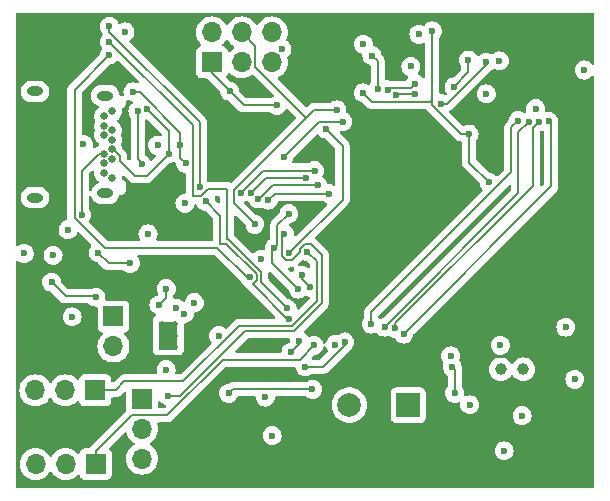
<source format=gbl>
G04 #@! TF.GenerationSoftware,KiCad,Pcbnew,8.0.5*
G04 #@! TF.CreationDate,2024-11-06T19:49:11-08:00*
G04 #@! TF.ProjectId,Vanguard_new,56616e67-7561-4726-945f-6e65772e6b69,rev?*
G04 #@! TF.SameCoordinates,Original*
G04 #@! TF.FileFunction,Copper,L4,Bot*
G04 #@! TF.FilePolarity,Positive*
%FSLAX46Y46*%
G04 Gerber Fmt 4.6, Leading zero omitted, Abs format (unit mm)*
G04 Created by KiCad (PCBNEW 8.0.5) date 2024-11-06 19:49:11*
%MOMM*%
%LPD*%
G01*
G04 APERTURE LIST*
G04 #@! TA.AperFunction,ComponentPad*
%ADD10C,0.650000*%
G04 #@! TD*
G04 #@! TA.AperFunction,ComponentPad*
%ADD11O,1.400000X0.800000*%
G04 #@! TD*
G04 #@! TA.AperFunction,ComponentPad*
%ADD12R,1.700000X1.700000*%
G04 #@! TD*
G04 #@! TA.AperFunction,ComponentPad*
%ADD13O,1.700000X1.700000*%
G04 #@! TD*
G04 #@! TA.AperFunction,ComponentPad*
%ADD14C,1.000000*%
G04 #@! TD*
G04 #@! TA.AperFunction,HeatsinkPad*
%ADD15C,0.500000*%
G04 #@! TD*
G04 #@! TA.AperFunction,HeatsinkPad*
%ADD16R,1.650000X2.380000*%
G04 #@! TD*
G04 #@! TA.AperFunction,ComponentPad*
%ADD17R,2.000000X2.000000*%
G04 #@! TD*
G04 #@! TA.AperFunction,ComponentPad*
%ADD18C,2.000000*%
G04 #@! TD*
G04 #@! TA.AperFunction,ViaPad*
%ADD19C,0.600000*%
G04 #@! TD*
G04 #@! TA.AperFunction,Conductor*
%ADD20C,0.200000*%
G04 #@! TD*
G04 APERTURE END LIST*
D10*
X150940000Y-107717500D03*
X150240000Y-107317500D03*
X150240000Y-106517500D03*
X150940000Y-106117500D03*
X150240000Y-105717500D03*
X150940000Y-105317500D03*
X150940000Y-104517500D03*
X150240000Y-104117500D03*
X150940000Y-103717500D03*
X150240000Y-103317500D03*
X150240000Y-102517500D03*
X150940000Y-102117500D03*
D11*
X144390000Y-100427500D03*
X150340000Y-100787500D03*
X150340000Y-109047500D03*
X144390000Y-109407500D03*
D12*
X159365000Y-97962500D03*
D13*
X159365000Y-95422500D03*
X161905000Y-97962500D03*
X161905000Y-95422500D03*
X164445000Y-97962500D03*
X164445000Y-95422500D03*
D12*
X153460000Y-126440000D03*
D13*
X153460000Y-128980000D03*
X153460000Y-131520000D03*
D14*
X185732500Y-123947500D03*
X183832500Y-123947500D03*
D12*
X151037500Y-119480000D03*
D13*
X151037500Y-122020000D03*
D12*
X149530000Y-131980000D03*
D13*
X146990000Y-131980000D03*
X144450000Y-131980000D03*
D15*
X156262500Y-122030000D03*
X156262500Y-121090000D03*
X156262500Y-120150000D03*
D16*
X155687500Y-121090000D03*
D15*
X155112500Y-122030000D03*
X155112500Y-121090000D03*
X155112500Y-120150000D03*
D12*
X149500000Y-125730000D03*
D13*
X146960000Y-125730000D03*
X144420000Y-125730000D03*
D17*
X176010785Y-126990000D03*
D18*
X171010785Y-126990000D03*
D19*
X154770000Y-104987500D03*
X184110000Y-130850000D03*
X167682115Y-116994181D03*
X186780000Y-101890000D03*
X166972365Y-116006871D03*
X190910000Y-98610000D03*
X153960000Y-112480000D03*
X173880000Y-121430000D03*
X172190000Y-96420000D03*
X185640000Y-127870000D03*
X163900000Y-126300000D03*
X190100000Y-124800000D03*
X176220000Y-98310000D03*
X164470000Y-129560000D03*
X157031985Y-119228015D03*
X157090000Y-109900000D03*
X157890000Y-118315000D03*
X182610000Y-100634315D03*
X159940000Y-121110000D03*
X179590000Y-122810000D03*
X152010000Y-95380000D03*
X163540000Y-114643918D03*
X183789265Y-121916765D03*
X143480000Y-114140000D03*
X176900000Y-95590000D03*
X183720000Y-97830000D03*
X181200000Y-126960000D03*
X189340000Y-120380000D03*
X165300000Y-96817500D03*
X147190000Y-112132500D03*
X145920000Y-114300000D03*
X156317500Y-118765000D03*
X148480000Y-104910000D03*
X155500000Y-123970000D03*
X147542883Y-119508658D03*
X169808275Y-121861725D03*
X153100002Y-102110000D03*
X154879057Y-118509057D03*
X153441985Y-106608015D03*
X155510000Y-117115000D03*
X179930000Y-125980000D03*
X160870000Y-100400000D03*
X149550000Y-117840000D03*
X165885735Y-110775735D03*
X172180000Y-100540000D03*
X164650735Y-113670735D03*
X166668883Y-117158883D03*
X164882501Y-101597500D03*
X179710000Y-123750000D03*
X178040000Y-95300000D03*
X145800000Y-116570000D03*
X181142500Y-104030000D03*
X182830000Y-108130000D03*
X155742260Y-105693922D03*
X153890000Y-101937500D03*
X152690000Y-100457500D03*
X156710000Y-104927500D03*
X157140000Y-106497500D03*
X169960000Y-101980000D03*
X163013225Y-111672565D03*
X165909265Y-114109265D03*
X169000000Y-103600000D03*
X149730000Y-114077500D03*
X152460000Y-114980000D03*
X166760933Y-121519067D03*
X166062403Y-122517597D03*
X155672720Y-126192722D03*
X165495735Y-112480000D03*
X172920000Y-97390000D03*
X161848917Y-109013024D03*
X168057868Y-107123603D03*
X173419835Y-100242230D03*
X168315735Y-108345735D03*
X176545000Y-100650000D03*
X163310000Y-109530000D03*
X174945000Y-100720000D03*
X185291986Y-102905558D03*
X172870000Y-120130000D03*
X174910000Y-120490000D03*
X187040000Y-103020000D03*
X167287403Y-123742597D03*
X170610000Y-121640000D03*
X164150000Y-109620000D03*
X169269265Y-109089265D03*
X186220735Y-102990735D03*
X174000000Y-120380000D03*
X187880000Y-102970000D03*
X175610000Y-120970000D03*
X162712970Y-108997500D03*
X176583518Y-99762953D03*
X174270388Y-100290000D03*
X167350000Y-107745735D03*
X168015198Y-121924802D03*
X162560000Y-116160000D03*
X150680000Y-97340000D03*
X167460000Y-113980000D03*
X150700000Y-94920000D03*
X158340000Y-108542943D03*
X165931498Y-119678990D03*
X158850000Y-109730000D03*
X182597680Y-97962798D03*
X178753554Y-101464973D03*
X150680000Y-96210000D03*
X165740000Y-118800000D03*
X181094999Y-97768421D03*
X179871642Y-100041642D03*
X160790000Y-125980000D03*
X167887403Y-125650000D03*
X148340000Y-110867500D03*
X165460000Y-105980000D03*
X170460000Y-102980000D03*
D20*
X166972365Y-116284431D02*
X167682115Y-116994181D01*
X166972365Y-116006871D02*
X166972365Y-116284431D01*
X153330000Y-106360000D02*
X153441985Y-106471985D01*
X153100002Y-106130002D02*
X153330000Y-106360000D01*
X153100002Y-102110000D02*
X153100002Y-106130002D01*
X155510000Y-117115000D02*
X155510000Y-117878114D01*
X153441985Y-106471985D02*
X153441985Y-106608015D01*
X155510000Y-117878114D02*
X154879057Y-118509057D01*
X172960000Y-101320000D02*
X177840000Y-101320000D01*
X164895735Y-113425735D02*
X164895735Y-111765735D01*
X179930000Y-123970000D02*
X179710000Y-123750000D01*
X149550000Y-117840000D02*
X149480000Y-117770000D01*
X181142500Y-106442500D02*
X181142500Y-104030000D01*
X164895735Y-111765735D02*
X165885735Y-110775735D01*
X164895735Y-113425735D02*
X164650735Y-113670735D01*
X182830000Y-108130000D02*
X181142500Y-106442500D01*
X164460000Y-114950000D02*
X166668883Y-117158883D01*
X179930000Y-125980000D02*
X179930000Y-123970000D01*
X178040000Y-101599948D02*
X178040000Y-101120000D01*
X164460000Y-113861470D02*
X164460000Y-114950000D01*
X172180000Y-100540000D02*
X172960000Y-101320000D01*
X164650735Y-113670735D02*
X164460000Y-113861470D01*
X160870000Y-100400000D02*
X162067500Y-101597500D01*
X162067500Y-101597500D02*
X164882501Y-101597500D01*
X159365000Y-97962500D02*
X159365000Y-98895000D01*
X159365000Y-98895000D02*
X160870000Y-100400000D01*
X180470052Y-104030000D02*
X178040000Y-101599948D01*
X177840000Y-101320000D02*
X178040000Y-101120000D01*
X149480000Y-117770000D02*
X147000000Y-117770000D01*
X181142500Y-104030000D02*
X180470052Y-104030000D01*
X147000000Y-117770000D02*
X145800000Y-116570000D01*
X178040000Y-101120000D02*
X178040000Y-95300000D01*
X155742260Y-105693922D02*
X153856182Y-107580000D01*
X151565000Y-106325000D02*
X151565000Y-105858616D01*
X155742260Y-103789760D02*
X153890000Y-101937500D01*
X151565000Y-105858616D02*
X151023884Y-105317500D01*
X155742260Y-105693922D02*
X155742260Y-103789760D01*
X151023884Y-105317500D02*
X150940000Y-105317500D01*
X153856182Y-107580000D02*
X152820000Y-107580000D01*
X152820000Y-107580000D02*
X151565000Y-106325000D01*
X156710000Y-104927500D02*
X156710000Y-103908971D01*
X156710000Y-103908971D02*
X153258529Y-100457500D01*
X153258529Y-100457500D02*
X152690000Y-100457500D01*
X156710000Y-104927500D02*
X156710000Y-106067500D01*
X156710000Y-106067500D02*
X157140000Y-106497500D01*
X163055000Y-96572500D02*
X163055000Y-98321588D01*
X167373412Y-102640000D02*
X161248917Y-108764495D01*
X163055000Y-98321588D02*
X167373412Y-102640000D01*
X161905000Y-95422500D02*
X163055000Y-96572500D01*
X161248917Y-109908257D02*
X163013225Y-111672565D01*
X169960000Y-101980000D02*
X168033412Y-101980000D01*
X168033412Y-101980000D02*
X167373412Y-102640000D01*
X161248917Y-108764495D02*
X161248917Y-109908257D01*
X170430000Y-109588530D02*
X170430000Y-105030000D01*
X170430000Y-105030000D02*
X169000000Y-103600000D01*
X165909265Y-114109265D02*
X170430000Y-109588530D01*
X150632500Y-114980000D02*
X149730000Y-114077500D01*
X152460000Y-114980000D02*
X150632500Y-114980000D01*
X166760933Y-121819067D02*
X166062403Y-122517597D01*
X166760933Y-121519067D02*
X166760933Y-121819067D01*
X162195324Y-120678990D02*
X166345713Y-120678990D01*
X167211471Y-113380000D02*
X166860000Y-113731471D01*
X166345713Y-120678990D02*
X168682115Y-118342588D01*
X168344353Y-113927778D02*
X167796575Y-113380000D01*
X168682115Y-114265540D02*
X168344353Y-113927778D01*
X166157794Y-114709265D02*
X165660736Y-114709265D01*
X156681592Y-126192722D02*
X162195324Y-120678990D01*
X165309265Y-114357794D02*
X165309265Y-112666470D01*
X166860000Y-113731471D02*
X166860000Y-114007059D01*
X165660736Y-114709265D02*
X165309265Y-114357794D01*
X155672720Y-126192722D02*
X156681592Y-126192722D01*
X166860000Y-114007059D02*
X166157794Y-114709265D01*
X165309265Y-112666470D02*
X165495735Y-112480000D01*
X168682115Y-118342588D02*
X168682115Y-114265540D01*
X167796575Y-113380000D02*
X167211471Y-113380000D01*
X173419835Y-100242230D02*
X173419835Y-97889835D01*
X173419835Y-97889835D02*
X172920000Y-97390000D01*
X161848917Y-109013024D02*
X163738338Y-107123603D01*
X163738338Y-107123603D02*
X168057868Y-107123603D01*
X168315735Y-108345735D02*
X164575736Y-108345735D01*
X164575736Y-108345735D02*
X163391471Y-109530000D01*
X175015000Y-100650000D02*
X174945000Y-100720000D01*
X163391471Y-109530000D02*
X163310000Y-109530000D01*
X176545000Y-100650000D02*
X175015000Y-100650000D01*
X185291986Y-102905558D02*
X184720000Y-103477544D01*
X184720000Y-107250000D02*
X172870000Y-119100000D01*
X172870000Y-119100000D02*
X172870000Y-120130000D01*
X184720000Y-103477544D02*
X184720000Y-107250000D01*
X187040000Y-103020000D02*
X186515000Y-103545000D01*
X174910000Y-120035686D02*
X174910000Y-120490000D01*
X186515000Y-103545000D02*
X186515000Y-108430686D01*
X186515000Y-108430686D02*
X174910000Y-120035686D01*
X167287403Y-123742597D02*
X168775932Y-123742597D01*
X170610000Y-121908529D02*
X170610000Y-121640000D01*
X168775932Y-123742597D02*
X170610000Y-121908529D01*
X164680735Y-109089265D02*
X164150000Y-109620000D01*
X169269265Y-109089265D02*
X164680735Y-109089265D01*
X185320000Y-103891470D02*
X185320000Y-109060000D01*
X185320000Y-109060000D02*
X174000000Y-120380000D01*
X186220735Y-102990735D02*
X185320000Y-103891470D01*
X188110000Y-103200000D02*
X188110000Y-108470000D01*
X187880000Y-102970000D02*
X188110000Y-103200000D01*
X188110000Y-108470000D02*
X175610000Y-120970000D01*
X176577048Y-99762953D02*
X176583518Y-99762953D01*
X174270388Y-100290000D02*
X174440388Y-100120000D01*
X174440388Y-100120000D02*
X176220001Y-100120000D01*
X162712970Y-108997500D02*
X163964735Y-107745735D01*
X163964735Y-107745735D02*
X167350000Y-107745735D01*
X176220001Y-100120000D02*
X176577048Y-99762953D01*
X152610000Y-127830000D02*
X155610000Y-127830000D01*
X160297403Y-123142597D02*
X166797403Y-123142597D01*
X149530000Y-131980000D02*
X149530000Y-130910000D01*
X166797403Y-123142597D02*
X168015198Y-121924802D01*
X149530000Y-130910000D02*
X152610000Y-127830000D01*
X155610000Y-127830000D02*
X160297403Y-123142597D01*
X162560000Y-116160000D02*
X162316998Y-116160000D01*
X150283971Y-113660000D02*
X147740000Y-111116029D01*
X147740000Y-100280000D02*
X150680000Y-97340000D01*
X159816998Y-113660000D02*
X150283971Y-113660000D01*
X162316998Y-116160000D02*
X159816998Y-113660000D01*
X147740000Y-111116029D02*
X147740000Y-100280000D01*
X168282115Y-118176902D02*
X166180027Y-120278990D01*
X168282115Y-114802115D02*
X168282115Y-118176902D01*
X151960000Y-124980000D02*
X151210000Y-125730000D01*
X156960000Y-124980000D02*
X151960000Y-124980000D01*
X166180027Y-120278990D02*
X161661010Y-120278990D01*
X151210000Y-125730000D02*
X149500000Y-125730000D01*
X167460000Y-113980000D02*
X168282115Y-114802115D01*
X161661010Y-120278990D02*
X156960000Y-124980000D01*
X158340000Y-103021471D02*
X150700000Y-95381471D01*
X158340000Y-108542943D02*
X158340000Y-103021471D01*
X165770461Y-119678990D02*
X162830000Y-116738529D01*
X163160000Y-116408529D02*
X163160000Y-115911471D01*
X150700000Y-95381471D02*
X150700000Y-94920000D01*
X165931498Y-119678990D02*
X165770461Y-119678990D01*
X160070000Y-113347316D02*
X160070000Y-110950000D01*
X163160000Y-115911471D02*
X160595845Y-113347316D01*
X160595845Y-113347316D02*
X160070000Y-113347316D01*
X160070000Y-110950000D02*
X158850000Y-109730000D01*
X162830000Y-116738529D02*
X163160000Y-116408529D01*
X182597680Y-98164133D02*
X179296840Y-101464973D01*
X179296840Y-101464973D02*
X178753554Y-101464973D01*
X182597680Y-97962798D02*
X182597680Y-98164133D01*
X157740000Y-103270000D02*
X150680000Y-96210000D01*
X159061471Y-108670000D02*
X158431471Y-109300000D01*
X158431471Y-109300000D02*
X157740000Y-109300000D01*
X160657364Y-112894680D02*
X160657364Y-108670000D01*
X163560000Y-115745785D02*
X160761531Y-112947316D01*
X163537107Y-116597107D02*
X163560000Y-116574214D01*
X160761531Y-112947316D02*
X160710000Y-112947316D01*
X160657364Y-108670000D02*
X159061471Y-108670000D01*
X165740000Y-118800000D02*
X163537107Y-116597107D01*
X163560000Y-116574214D02*
X163560000Y-115745785D01*
X157740000Y-109300000D02*
X157740000Y-103270000D01*
X160710000Y-112947316D02*
X160657364Y-112894680D01*
X181094999Y-98818285D02*
X181094999Y-97768421D01*
X179871642Y-100041642D02*
X181094999Y-98818285D01*
X167887403Y-125650000D02*
X161120000Y-125650000D01*
X161120000Y-125650000D02*
X160790000Y-125980000D01*
X150240000Y-105717500D02*
X149780381Y-105717500D01*
X148340000Y-107157881D02*
X148340000Y-110867500D01*
X149780381Y-105717500D02*
X148340000Y-107157881D01*
X168460000Y-102980000D02*
X170460000Y-102980000D01*
X165460000Y-105980000D02*
X168460000Y-102980000D01*
G04 #@! TA.AperFunction,NonConductor*
G36*
X191702539Y-93770185D02*
G01*
X191748294Y-93822989D01*
X191759500Y-93874500D01*
X191759500Y-98028841D01*
X191739815Y-98095880D01*
X191687011Y-98141635D01*
X191617853Y-98151579D01*
X191554297Y-98122554D01*
X191544770Y-98112631D01*
X191544740Y-98112662D01*
X191412262Y-97980184D01*
X191259523Y-97884211D01*
X191089254Y-97824631D01*
X191089249Y-97824630D01*
X190910004Y-97804435D01*
X190909996Y-97804435D01*
X190730750Y-97824630D01*
X190730745Y-97824631D01*
X190560476Y-97884211D01*
X190407737Y-97980184D01*
X190280184Y-98107737D01*
X190184211Y-98260476D01*
X190124631Y-98430745D01*
X190124630Y-98430750D01*
X190104435Y-98609996D01*
X190104435Y-98610003D01*
X190124630Y-98789249D01*
X190124631Y-98789254D01*
X190184211Y-98959523D01*
X190244100Y-99054835D01*
X190280184Y-99112262D01*
X190407738Y-99239816D01*
X190449628Y-99266137D01*
X190555534Y-99332683D01*
X190560478Y-99335789D01*
X190599142Y-99349318D01*
X190730745Y-99395368D01*
X190730750Y-99395369D01*
X190909996Y-99415565D01*
X190910000Y-99415565D01*
X190910004Y-99415565D01*
X191089249Y-99395369D01*
X191089252Y-99395368D01*
X191089255Y-99395368D01*
X191259522Y-99335789D01*
X191412262Y-99239816D01*
X191539816Y-99112262D01*
X191539816Y-99112261D01*
X191544740Y-99107338D01*
X191546011Y-99108609D01*
X191595740Y-99073705D01*
X191665552Y-99070855D01*
X191725822Y-99106200D01*
X191757416Y-99168518D01*
X191759500Y-99191158D01*
X191759500Y-133865500D01*
X191739815Y-133932539D01*
X191687011Y-133978294D01*
X191635500Y-133989500D01*
X142884500Y-133989500D01*
X142817461Y-133969815D01*
X142771706Y-133917011D01*
X142760500Y-133865500D01*
X142760500Y-125729999D01*
X143064341Y-125729999D01*
X143064341Y-125730000D01*
X143084936Y-125965403D01*
X143084938Y-125965413D01*
X143146094Y-126193655D01*
X143146096Y-126193659D01*
X143146097Y-126193663D01*
X143229358Y-126372217D01*
X143245965Y-126407830D01*
X143245967Y-126407834D01*
X143340083Y-126542244D01*
X143381505Y-126601401D01*
X143548599Y-126768495D01*
X143625779Y-126822537D01*
X143742165Y-126904032D01*
X143742167Y-126904033D01*
X143742170Y-126904035D01*
X143956337Y-127003903D01*
X144184592Y-127065063D01*
X144361034Y-127080500D01*
X144419999Y-127085659D01*
X144420000Y-127085659D01*
X144420001Y-127085659D01*
X144478966Y-127080500D01*
X144655408Y-127065063D01*
X144883663Y-127003903D01*
X145097830Y-126904035D01*
X145291401Y-126768495D01*
X145458495Y-126601401D01*
X145588425Y-126415842D01*
X145643002Y-126372217D01*
X145712500Y-126365023D01*
X145774855Y-126396546D01*
X145791575Y-126415842D01*
X145921500Y-126601395D01*
X145921505Y-126601401D01*
X146088599Y-126768495D01*
X146165779Y-126822537D01*
X146282165Y-126904032D01*
X146282167Y-126904033D01*
X146282170Y-126904035D01*
X146496337Y-127003903D01*
X146724592Y-127065063D01*
X146901034Y-127080500D01*
X146959999Y-127085659D01*
X146960000Y-127085659D01*
X146960001Y-127085659D01*
X147018966Y-127080500D01*
X147195408Y-127065063D01*
X147423663Y-127003903D01*
X147637830Y-126904035D01*
X147831401Y-126768495D01*
X147953329Y-126646566D01*
X148014648Y-126613084D01*
X148084340Y-126618068D01*
X148140274Y-126659939D01*
X148157189Y-126690917D01*
X148206202Y-126822328D01*
X148206206Y-126822335D01*
X148292452Y-126937544D01*
X148292455Y-126937547D01*
X148407664Y-127023793D01*
X148407671Y-127023797D01*
X148542517Y-127074091D01*
X148542516Y-127074091D01*
X148549444Y-127074835D01*
X148602127Y-127080500D01*
X150397872Y-127080499D01*
X150457483Y-127074091D01*
X150592331Y-127023796D01*
X150707546Y-126937546D01*
X150793796Y-126822331D01*
X150844091Y-126687483D01*
X150850500Y-126627873D01*
X150850500Y-126454500D01*
X150870185Y-126387461D01*
X150922989Y-126341706D01*
X150974500Y-126330500D01*
X151123331Y-126330500D01*
X151123347Y-126330501D01*
X151130943Y-126330501D01*
X151289054Y-126330501D01*
X151289057Y-126330501D01*
X151441785Y-126289577D01*
X151509468Y-126250500D01*
X151578716Y-126210520D01*
X151690520Y-126098716D01*
X151690520Y-126098714D01*
X151700724Y-126088511D01*
X151700728Y-126088506D01*
X151897821Y-125891412D01*
X151959142Y-125857929D01*
X152028834Y-125862913D01*
X152084767Y-125904785D01*
X152109184Y-125970249D01*
X152109500Y-125979095D01*
X152109500Y-127337870D01*
X152109501Y-127337876D01*
X152116738Y-127405196D01*
X152114117Y-127405477D01*
X152111044Y-127462563D01*
X152081798Y-127508964D01*
X149161286Y-130429478D01*
X149049481Y-130541282D01*
X149049477Y-130541287D01*
X149034342Y-130567502D01*
X148983774Y-130615717D01*
X148926956Y-130629500D01*
X148632130Y-130629500D01*
X148632123Y-130629501D01*
X148572516Y-130635908D01*
X148437671Y-130686202D01*
X148437664Y-130686206D01*
X148322455Y-130772452D01*
X148322452Y-130772455D01*
X148236206Y-130887664D01*
X148236203Y-130887669D01*
X148187189Y-131019083D01*
X148145317Y-131075016D01*
X148079853Y-131099433D01*
X148011580Y-131084581D01*
X147983326Y-131063430D01*
X147861402Y-130941506D01*
X147861395Y-130941501D01*
X147667834Y-130805967D01*
X147667830Y-130805965D01*
X147667828Y-130805964D01*
X147453663Y-130706097D01*
X147453659Y-130706096D01*
X147453655Y-130706094D01*
X147225413Y-130644938D01*
X147225403Y-130644936D01*
X146990001Y-130624341D01*
X146989999Y-130624341D01*
X146754596Y-130644936D01*
X146754586Y-130644938D01*
X146526344Y-130706094D01*
X146526335Y-130706098D01*
X146312171Y-130805964D01*
X146312169Y-130805965D01*
X146118597Y-130941505D01*
X145951505Y-131108597D01*
X145821575Y-131294158D01*
X145766998Y-131337783D01*
X145697500Y-131344977D01*
X145635145Y-131313454D01*
X145618425Y-131294158D01*
X145488494Y-131108597D01*
X145321402Y-130941506D01*
X145321395Y-130941501D01*
X145127834Y-130805967D01*
X145127830Y-130805965D01*
X145127828Y-130805964D01*
X144913663Y-130706097D01*
X144913659Y-130706096D01*
X144913655Y-130706094D01*
X144685413Y-130644938D01*
X144685403Y-130644936D01*
X144450001Y-130624341D01*
X144449999Y-130624341D01*
X144214596Y-130644936D01*
X144214586Y-130644938D01*
X143986344Y-130706094D01*
X143986335Y-130706098D01*
X143772171Y-130805964D01*
X143772169Y-130805965D01*
X143578597Y-130941505D01*
X143411505Y-131108597D01*
X143275965Y-131302169D01*
X143275964Y-131302171D01*
X143176098Y-131516335D01*
X143176094Y-131516344D01*
X143114938Y-131744586D01*
X143114936Y-131744596D01*
X143094341Y-131979999D01*
X143094341Y-131980000D01*
X143114936Y-132215403D01*
X143114938Y-132215413D01*
X143176094Y-132443655D01*
X143176096Y-132443659D01*
X143176097Y-132443663D01*
X143229644Y-132558495D01*
X143275965Y-132657830D01*
X143275967Y-132657834D01*
X143371243Y-132793901D01*
X143411505Y-132851401D01*
X143578599Y-133018495D01*
X143675384Y-133086265D01*
X143772165Y-133154032D01*
X143772167Y-133154033D01*
X143772170Y-133154035D01*
X143986337Y-133253903D01*
X144214592Y-133315063D01*
X144391034Y-133330500D01*
X144449999Y-133335659D01*
X144450000Y-133335659D01*
X144450001Y-133335659D01*
X144508966Y-133330500D01*
X144685408Y-133315063D01*
X144913663Y-133253903D01*
X145127830Y-133154035D01*
X145321401Y-133018495D01*
X145488495Y-132851401D01*
X145618425Y-132665842D01*
X145673002Y-132622217D01*
X145742500Y-132615023D01*
X145804855Y-132646546D01*
X145821575Y-132665842D01*
X145951500Y-132851395D01*
X145951505Y-132851401D01*
X146118599Y-133018495D01*
X146215384Y-133086265D01*
X146312165Y-133154032D01*
X146312167Y-133154033D01*
X146312170Y-133154035D01*
X146526337Y-133253903D01*
X146754592Y-133315063D01*
X146931034Y-133330500D01*
X146989999Y-133335659D01*
X146990000Y-133335659D01*
X146990001Y-133335659D01*
X147048966Y-133330500D01*
X147225408Y-133315063D01*
X147453663Y-133253903D01*
X147667830Y-133154035D01*
X147861401Y-133018495D01*
X147983329Y-132896566D01*
X148044648Y-132863084D01*
X148114340Y-132868068D01*
X148170274Y-132909939D01*
X148187189Y-132940917D01*
X148236202Y-133072328D01*
X148236206Y-133072335D01*
X148322452Y-133187544D01*
X148322455Y-133187547D01*
X148437664Y-133273793D01*
X148437671Y-133273797D01*
X148572517Y-133324091D01*
X148572516Y-133324091D01*
X148579444Y-133324835D01*
X148632127Y-133330500D01*
X150427872Y-133330499D01*
X150487483Y-133324091D01*
X150622331Y-133273796D01*
X150737546Y-133187546D01*
X150823796Y-133072331D01*
X150874091Y-132937483D01*
X150880500Y-132877873D01*
X150880499Y-131082128D01*
X150874091Y-131022517D01*
X150872810Y-131019083D01*
X150823797Y-130887671D01*
X150823793Y-130887664D01*
X150737547Y-130772455D01*
X150737545Y-130772453D01*
X150725850Y-130763698D01*
X150683980Y-130707764D01*
X150678997Y-130638072D01*
X150712480Y-130576754D01*
X151962269Y-129326965D01*
X152023590Y-129293482D01*
X152093282Y-129298466D01*
X152149215Y-129340338D01*
X152169723Y-129382555D01*
X152186094Y-129443655D01*
X152186096Y-129443659D01*
X152186097Y-129443663D01*
X152285965Y-129657830D01*
X152285967Y-129657834D01*
X152421501Y-129851395D01*
X152421506Y-129851402D01*
X152588597Y-130018493D01*
X152588603Y-130018498D01*
X152774158Y-130148425D01*
X152817783Y-130203002D01*
X152824977Y-130272500D01*
X152793454Y-130334855D01*
X152774158Y-130351575D01*
X152588597Y-130481505D01*
X152421505Y-130648597D01*
X152285965Y-130842169D01*
X152285964Y-130842171D01*
X152186098Y-131056335D01*
X152186094Y-131056344D01*
X152124938Y-131284586D01*
X152124936Y-131284596D01*
X152104341Y-131519999D01*
X152104341Y-131520000D01*
X152124936Y-131755403D01*
X152124938Y-131755413D01*
X152186094Y-131983655D01*
X152186096Y-131983659D01*
X152186097Y-131983663D01*
X152285965Y-132197830D01*
X152285967Y-132197834D01*
X152394281Y-132352521D01*
X152421505Y-132391401D01*
X152588599Y-132558495D01*
X152669329Y-132615023D01*
X152782165Y-132694032D01*
X152782167Y-132694033D01*
X152782170Y-132694035D01*
X152996337Y-132793903D01*
X153224592Y-132855063D01*
X153412918Y-132871539D01*
X153459999Y-132875659D01*
X153460000Y-132875659D01*
X153460001Y-132875659D01*
X153499234Y-132872226D01*
X153695408Y-132855063D01*
X153923663Y-132793903D01*
X154137830Y-132694035D01*
X154331401Y-132558495D01*
X154498495Y-132391401D01*
X154634035Y-132197830D01*
X154733903Y-131983663D01*
X154795063Y-131755408D01*
X154815659Y-131520000D01*
X154795063Y-131284592D01*
X154733903Y-131056337D01*
X154637683Y-130849995D01*
X183304435Y-130849995D01*
X183304435Y-130850003D01*
X183324630Y-131029249D01*
X183324631Y-131029254D01*
X183384211Y-131199523D01*
X183480184Y-131352262D01*
X183607738Y-131479816D01*
X183760478Y-131575789D01*
X183930745Y-131635368D01*
X183930750Y-131635369D01*
X184109996Y-131655565D01*
X184110000Y-131655565D01*
X184110004Y-131655565D01*
X184289249Y-131635369D01*
X184289252Y-131635368D01*
X184289255Y-131635368D01*
X184459522Y-131575789D01*
X184612262Y-131479816D01*
X184739816Y-131352262D01*
X184835789Y-131199522D01*
X184895368Y-131029255D01*
X184895369Y-131029249D01*
X184915565Y-130850003D01*
X184915565Y-130849995D01*
X184895369Y-130670750D01*
X184895368Y-130670745D01*
X184880444Y-130628095D01*
X184835789Y-130500478D01*
X184823867Y-130481505D01*
X184739815Y-130347737D01*
X184612262Y-130220184D01*
X184459523Y-130124211D01*
X184289254Y-130064631D01*
X184289249Y-130064630D01*
X184110004Y-130044435D01*
X184109996Y-130044435D01*
X183930750Y-130064630D01*
X183930745Y-130064631D01*
X183760476Y-130124211D01*
X183607737Y-130220184D01*
X183480184Y-130347737D01*
X183384211Y-130500476D01*
X183324631Y-130670745D01*
X183324630Y-130670750D01*
X183304435Y-130849995D01*
X154637683Y-130849995D01*
X154634035Y-130842171D01*
X154608684Y-130805965D01*
X154498494Y-130648597D01*
X154331402Y-130481506D01*
X154331396Y-130481501D01*
X154145842Y-130351575D01*
X154102217Y-130296998D01*
X154095023Y-130227500D01*
X154126546Y-130165145D01*
X154145842Y-130148425D01*
X154180423Y-130124211D01*
X154331401Y-130018495D01*
X154498495Y-129851401D01*
X154634035Y-129657830D01*
X154679656Y-129559996D01*
X163664435Y-129559996D01*
X163664435Y-129560003D01*
X163684630Y-129739249D01*
X163684631Y-129739254D01*
X163744211Y-129909523D01*
X163840184Y-130062262D01*
X163967738Y-130189816D01*
X164027712Y-130227500D01*
X164099328Y-130272500D01*
X164120478Y-130285789D01*
X164260701Y-130334855D01*
X164290745Y-130345368D01*
X164290750Y-130345369D01*
X164469996Y-130365565D01*
X164470000Y-130365565D01*
X164470004Y-130365565D01*
X164649249Y-130345369D01*
X164649252Y-130345368D01*
X164649255Y-130345368D01*
X164819522Y-130285789D01*
X164972262Y-130189816D01*
X165099816Y-130062262D01*
X165195789Y-129909522D01*
X165255368Y-129739255D01*
X165264542Y-129657834D01*
X165275565Y-129560003D01*
X165275565Y-129559996D01*
X165255369Y-129380750D01*
X165255368Y-129380745D01*
X165195788Y-129210476D01*
X165099815Y-129057737D01*
X164972262Y-128930184D01*
X164819523Y-128834211D01*
X164649254Y-128774631D01*
X164649249Y-128774630D01*
X164470004Y-128754435D01*
X164469996Y-128754435D01*
X164290750Y-128774630D01*
X164290745Y-128774631D01*
X164120476Y-128834211D01*
X163967737Y-128930184D01*
X163840184Y-129057737D01*
X163744211Y-129210476D01*
X163684631Y-129380745D01*
X163684630Y-129380750D01*
X163664435Y-129559996D01*
X154679656Y-129559996D01*
X154733903Y-129443663D01*
X154795063Y-129215408D01*
X154815659Y-128980000D01*
X154795063Y-128744592D01*
X154752728Y-128586593D01*
X154754391Y-128516743D01*
X154793554Y-128458881D01*
X154857782Y-128431377D01*
X154872503Y-128430500D01*
X155523331Y-128430500D01*
X155523347Y-128430501D01*
X155530943Y-128430501D01*
X155689054Y-128430501D01*
X155689057Y-128430501D01*
X155841785Y-128389577D01*
X155914584Y-128347546D01*
X155978716Y-128310520D01*
X156090520Y-128198716D01*
X156090520Y-128198714D01*
X156100724Y-128188511D01*
X156100727Y-128188506D01*
X158309238Y-125979996D01*
X159984435Y-125979996D01*
X159984435Y-125980003D01*
X160004630Y-126159249D01*
X160004631Y-126159254D01*
X160064211Y-126329523D01*
X160158291Y-126479250D01*
X160160184Y-126482262D01*
X160287738Y-126609816D01*
X160324301Y-126632790D01*
X160411342Y-126687482D01*
X160440478Y-126705789D01*
X160582624Y-126755528D01*
X160610745Y-126765368D01*
X160610750Y-126765369D01*
X160789996Y-126785565D01*
X160790000Y-126785565D01*
X160790004Y-126785565D01*
X160969249Y-126765369D01*
X160969252Y-126765368D01*
X160969255Y-126765368D01*
X161139522Y-126705789D01*
X161292262Y-126609816D01*
X161419816Y-126482262D01*
X161515789Y-126329522D01*
X161515789Y-126329519D01*
X161515792Y-126329516D01*
X161518812Y-126323247D01*
X161521010Y-126324305D01*
X161555093Y-126276777D01*
X161620044Y-126251023D01*
X161631423Y-126250500D01*
X162978044Y-126250500D01*
X163045083Y-126270185D01*
X163090838Y-126322989D01*
X163101264Y-126360616D01*
X163114630Y-126479250D01*
X163114631Y-126479254D01*
X163174211Y-126649523D01*
X163248967Y-126768495D01*
X163270184Y-126802262D01*
X163397738Y-126929816D01*
X163474566Y-126978090D01*
X163547307Y-127023797D01*
X163550478Y-127025789D01*
X163660922Y-127064435D01*
X163720745Y-127085368D01*
X163720750Y-127085369D01*
X163899996Y-127105565D01*
X163900000Y-127105565D01*
X163900004Y-127105565D01*
X164079249Y-127085369D01*
X164079252Y-127085368D01*
X164079255Y-127085368D01*
X164249522Y-127025789D01*
X164306489Y-126989994D01*
X169505142Y-126989994D01*
X169505142Y-126990005D01*
X169525675Y-127237812D01*
X169525677Y-127237824D01*
X169586721Y-127478881D01*
X169686611Y-127706606D01*
X169822618Y-127914782D01*
X169822621Y-127914785D01*
X169991041Y-128097738D01*
X170187276Y-128250474D01*
X170405975Y-128368828D01*
X170641171Y-128449571D01*
X170886450Y-128490500D01*
X171135120Y-128490500D01*
X171380399Y-128449571D01*
X171615595Y-128368828D01*
X171834294Y-128250474D01*
X172030529Y-128097738D01*
X172198949Y-127914785D01*
X172334958Y-127706607D01*
X172434848Y-127478881D01*
X172495893Y-127237821D01*
X172495894Y-127237812D01*
X172516428Y-126990005D01*
X172516428Y-126989994D01*
X172495894Y-126742187D01*
X172495892Y-126742175D01*
X172434848Y-126501118D01*
X172334958Y-126273393D01*
X172198951Y-126065217D01*
X172177342Y-126041744D01*
X172085646Y-125942135D01*
X174510285Y-125942135D01*
X174510285Y-128037870D01*
X174510286Y-128037876D01*
X174516693Y-128097483D01*
X174566987Y-128232328D01*
X174566991Y-128232335D01*
X174653237Y-128347544D01*
X174653239Y-128347546D01*
X174768449Y-128433793D01*
X174768456Y-128433797D01*
X174903302Y-128484091D01*
X174903301Y-128484091D01*
X174910229Y-128484835D01*
X174962912Y-128490500D01*
X177058657Y-128490499D01*
X177118268Y-128484091D01*
X177253116Y-128433796D01*
X177368331Y-128347546D01*
X177454581Y-128232331D01*
X177504876Y-128097483D01*
X177511285Y-128037873D01*
X177511285Y-127869996D01*
X184834435Y-127869996D01*
X184834435Y-127870003D01*
X184854630Y-128049249D01*
X184854631Y-128049254D01*
X184914211Y-128219523D01*
X184971389Y-128310520D01*
X185010184Y-128372262D01*
X185137738Y-128499816D01*
X185228080Y-128556582D01*
X185275842Y-128586593D01*
X185290478Y-128595789D01*
X185460745Y-128655368D01*
X185460750Y-128655369D01*
X185639996Y-128675565D01*
X185640000Y-128675565D01*
X185640004Y-128675565D01*
X185819249Y-128655369D01*
X185819252Y-128655368D01*
X185819255Y-128655368D01*
X185989522Y-128595789D01*
X186142262Y-128499816D01*
X186269816Y-128372262D01*
X186365789Y-128219522D01*
X186425368Y-128049255D01*
X186425369Y-128049249D01*
X186445565Y-127870003D01*
X186445565Y-127869996D01*
X186425369Y-127690750D01*
X186425368Y-127690745D01*
X186365788Y-127520476D01*
X186269815Y-127367737D01*
X186142262Y-127240184D01*
X185989523Y-127144211D01*
X185819254Y-127084631D01*
X185819249Y-127084630D01*
X185640004Y-127064435D01*
X185639996Y-127064435D01*
X185460750Y-127084630D01*
X185460745Y-127084631D01*
X185290476Y-127144211D01*
X185137737Y-127240184D01*
X185010184Y-127367737D01*
X184914211Y-127520476D01*
X184854631Y-127690745D01*
X184854630Y-127690750D01*
X184834435Y-127869996D01*
X177511285Y-127869996D01*
X177511284Y-125942128D01*
X177504876Y-125882517D01*
X177497564Y-125862913D01*
X177454582Y-125747671D01*
X177454578Y-125747664D01*
X177368332Y-125632455D01*
X177368329Y-125632452D01*
X177253120Y-125546206D01*
X177253113Y-125546202D01*
X177118267Y-125495908D01*
X177118268Y-125495908D01*
X177058668Y-125489501D01*
X177058666Y-125489500D01*
X177058658Y-125489500D01*
X177058649Y-125489500D01*
X174962914Y-125489500D01*
X174962908Y-125489501D01*
X174903301Y-125495908D01*
X174768456Y-125546202D01*
X174768449Y-125546206D01*
X174653240Y-125632452D01*
X174653237Y-125632455D01*
X174566991Y-125747664D01*
X174566987Y-125747671D01*
X174516693Y-125882517D01*
X174510286Y-125942116D01*
X174510286Y-125942123D01*
X174510285Y-125942135D01*
X172085646Y-125942135D01*
X172030529Y-125882262D01*
X171834294Y-125729526D01*
X171834292Y-125729525D01*
X171834291Y-125729524D01*
X171615596Y-125611172D01*
X171615587Y-125611169D01*
X171380401Y-125530429D01*
X171135120Y-125489500D01*
X170886450Y-125489500D01*
X170641168Y-125530429D01*
X170405982Y-125611169D01*
X170405973Y-125611172D01*
X170187278Y-125729524D01*
X169991042Y-125882261D01*
X169822618Y-126065217D01*
X169686611Y-126273393D01*
X169586721Y-126501118D01*
X169525677Y-126742175D01*
X169525675Y-126742187D01*
X169505142Y-126989994D01*
X164306489Y-126989994D01*
X164402262Y-126929816D01*
X164529816Y-126802262D01*
X164625789Y-126649522D01*
X164685368Y-126479255D01*
X164685369Y-126479250D01*
X164698736Y-126360616D01*
X164725803Y-126296202D01*
X164783397Y-126256647D01*
X164821956Y-126250500D01*
X167304991Y-126250500D01*
X167372030Y-126270185D01*
X167382306Y-126277555D01*
X167385139Y-126279814D01*
X167385141Y-126279816D01*
X167537881Y-126375789D01*
X167652346Y-126415842D01*
X167708148Y-126435368D01*
X167708153Y-126435369D01*
X167887399Y-126455565D01*
X167887403Y-126455565D01*
X167887407Y-126455565D01*
X168066652Y-126435369D01*
X168066655Y-126435368D01*
X168066658Y-126435368D01*
X168236925Y-126375789D01*
X168389665Y-126279816D01*
X168517219Y-126152262D01*
X168613192Y-125999522D01*
X168672771Y-125829255D01*
X168675983Y-125800750D01*
X168692968Y-125650003D01*
X168692968Y-125649996D01*
X168672772Y-125470750D01*
X168672771Y-125470745D01*
X168658449Y-125429815D01*
X168613192Y-125300478D01*
X168584120Y-125254211D01*
X168530026Y-125168120D01*
X168517219Y-125147738D01*
X168389665Y-125020184D01*
X168324527Y-124979255D01*
X168236926Y-124924211D01*
X168066657Y-124864631D01*
X168066652Y-124864630D01*
X167887407Y-124844435D01*
X167887399Y-124844435D01*
X167708153Y-124864630D01*
X167708148Y-124864631D01*
X167537879Y-124924211D01*
X167385139Y-125020185D01*
X167382306Y-125022445D01*
X167380127Y-125023334D01*
X167379245Y-125023889D01*
X167379147Y-125023734D01*
X167317620Y-125048855D01*
X167304991Y-125049500D01*
X161040941Y-125049500D01*
X161005274Y-125059056D01*
X161005275Y-125059057D01*
X160888215Y-125090423D01*
X160753639Y-125168120D01*
X160705524Y-125183952D01*
X160610750Y-125194630D01*
X160440478Y-125254210D01*
X160287737Y-125350184D01*
X160160184Y-125477737D01*
X160064211Y-125630476D01*
X160004631Y-125800745D01*
X160004630Y-125800750D01*
X159984435Y-125979996D01*
X158309238Y-125979996D01*
X160509819Y-123779416D01*
X160571142Y-123745931D01*
X160597500Y-123743097D01*
X166371081Y-123743097D01*
X166438120Y-123762782D01*
X166483875Y-123815586D01*
X166494301Y-123853214D01*
X166502033Y-123921846D01*
X166561613Y-124092118D01*
X166638539Y-124214545D01*
X166657587Y-124244859D01*
X166785141Y-124372413D01*
X166860656Y-124419862D01*
X166918324Y-124456098D01*
X166937881Y-124468386D01*
X167092401Y-124522455D01*
X167108148Y-124527965D01*
X167108153Y-124527966D01*
X167287399Y-124548162D01*
X167287403Y-124548162D01*
X167287407Y-124548162D01*
X167466652Y-124527966D01*
X167466655Y-124527965D01*
X167466658Y-124527965D01*
X167636925Y-124468386D01*
X167789665Y-124372413D01*
X167789670Y-124372407D01*
X167792500Y-124370152D01*
X167794678Y-124369262D01*
X167795561Y-124368708D01*
X167795658Y-124368862D01*
X167857186Y-124343742D01*
X167869815Y-124343097D01*
X168689263Y-124343097D01*
X168689279Y-124343098D01*
X168696875Y-124343098D01*
X168854986Y-124343098D01*
X168854989Y-124343098D01*
X169007717Y-124302174D01*
X169079522Y-124260717D01*
X169144648Y-124223117D01*
X169256452Y-124111313D01*
X169256452Y-124111311D01*
X169266656Y-124101108D01*
X169266660Y-124101103D01*
X170557766Y-122809996D01*
X178784435Y-122809996D01*
X178784435Y-122810003D01*
X178804630Y-122989249D01*
X178804631Y-122989254D01*
X178851226Y-123122412D01*
X178864211Y-123159522D01*
X178948648Y-123293903D01*
X178963673Y-123317814D01*
X178982673Y-123385050D01*
X178975721Y-123424741D01*
X178924631Y-123570745D01*
X178924630Y-123570750D01*
X178904435Y-123749996D01*
X178904435Y-123750003D01*
X178924630Y-123929249D01*
X178924631Y-123929254D01*
X178984211Y-124099523D01*
X179015460Y-124149255D01*
X179080184Y-124252262D01*
X179207738Y-124379816D01*
X179271473Y-124419863D01*
X179317763Y-124472196D01*
X179329500Y-124524856D01*
X179329500Y-125397587D01*
X179309815Y-125464626D01*
X179302450Y-125474896D01*
X179300186Y-125477734D01*
X179204211Y-125630476D01*
X179144631Y-125800745D01*
X179144630Y-125800750D01*
X179124435Y-125979996D01*
X179124435Y-125980003D01*
X179144630Y-126159249D01*
X179144631Y-126159254D01*
X179204211Y-126329523D01*
X179298291Y-126479250D01*
X179300184Y-126482262D01*
X179427738Y-126609816D01*
X179464301Y-126632790D01*
X179551342Y-126687482D01*
X179580478Y-126705789D01*
X179722624Y-126755528D01*
X179750745Y-126765368D01*
X179750750Y-126765369D01*
X179929996Y-126785565D01*
X179930000Y-126785565D01*
X179930004Y-126785565D01*
X180109249Y-126765369D01*
X180109251Y-126765368D01*
X180109255Y-126765368D01*
X180109258Y-126765366D01*
X180109262Y-126765366D01*
X180242698Y-126718675D01*
X180312477Y-126715113D01*
X180373104Y-126749841D01*
X180405332Y-126811835D01*
X180406873Y-126849599D01*
X180394435Y-126959995D01*
X180394435Y-126960003D01*
X180414630Y-127139249D01*
X180414631Y-127139254D01*
X180474211Y-127309523D01*
X180564890Y-127453836D01*
X180570184Y-127462262D01*
X180697738Y-127589816D01*
X180850478Y-127685789D01*
X181020745Y-127745368D01*
X181020750Y-127745369D01*
X181199996Y-127765565D01*
X181200000Y-127765565D01*
X181200004Y-127765565D01*
X181379249Y-127745369D01*
X181379252Y-127745368D01*
X181379255Y-127745368D01*
X181549522Y-127685789D01*
X181702262Y-127589816D01*
X181829816Y-127462262D01*
X181925789Y-127309522D01*
X181985368Y-127139255D01*
X181989164Y-127105565D01*
X182005565Y-126960003D01*
X182005565Y-126959996D01*
X181985369Y-126780750D01*
X181985368Y-126780745D01*
X181952734Y-126687482D01*
X181925789Y-126610478D01*
X181925372Y-126609815D01*
X181829815Y-126457737D01*
X181702262Y-126330184D01*
X181549523Y-126234211D01*
X181379254Y-126174631D01*
X181379249Y-126174630D01*
X181200004Y-126154435D01*
X181199996Y-126154435D01*
X181020750Y-126174630D01*
X181020742Y-126174632D01*
X180887300Y-126221325D01*
X180817521Y-126224886D01*
X180756894Y-126190157D01*
X180724667Y-126128163D01*
X180723126Y-126090399D01*
X180735565Y-125980002D01*
X180735565Y-125979996D01*
X180715369Y-125800750D01*
X180715368Y-125800745D01*
X180690447Y-125729524D01*
X180655789Y-125630478D01*
X180643656Y-125611169D01*
X180590008Y-125525788D01*
X180559816Y-125477738D01*
X180559814Y-125477736D01*
X180559813Y-125477734D01*
X180557550Y-125474896D01*
X180556659Y-125472715D01*
X180556111Y-125471842D01*
X180556264Y-125471745D01*
X180531144Y-125410209D01*
X180530500Y-125397587D01*
X180530500Y-124059059D01*
X180530501Y-124059046D01*
X180530501Y-123947500D01*
X182827159Y-123947500D01*
X182846475Y-124143629D01*
X182865546Y-124206497D01*
X182894569Y-124302174D01*
X182903688Y-124332233D01*
X182996586Y-124506032D01*
X182996590Y-124506039D01*
X183121616Y-124658383D01*
X183273960Y-124783409D01*
X183273967Y-124783413D01*
X183447766Y-124876311D01*
X183447769Y-124876311D01*
X183447773Y-124876314D01*
X183636368Y-124933524D01*
X183832500Y-124952841D01*
X184028632Y-124933524D01*
X184217227Y-124876314D01*
X184239083Y-124864632D01*
X184313199Y-124825016D01*
X184391038Y-124783410D01*
X184543383Y-124658383D01*
X184668410Y-124506038D01*
X184673140Y-124497187D01*
X184722102Y-124447343D01*
X184790239Y-124431881D01*
X184855919Y-124455711D01*
X184891858Y-124497186D01*
X184893085Y-124499481D01*
X184896591Y-124506039D01*
X185021616Y-124658383D01*
X185173960Y-124783409D01*
X185173967Y-124783413D01*
X185347766Y-124876311D01*
X185347769Y-124876311D01*
X185347773Y-124876314D01*
X185536368Y-124933524D01*
X185732500Y-124952841D01*
X185928632Y-124933524D01*
X186117227Y-124876314D01*
X186139083Y-124864632D01*
X186213199Y-124825016D01*
X186260008Y-124799996D01*
X189294435Y-124799996D01*
X189294435Y-124800003D01*
X189314630Y-124979249D01*
X189314631Y-124979254D01*
X189374211Y-125149523D01*
X189447611Y-125266337D01*
X189470184Y-125302262D01*
X189597738Y-125429816D01*
X189750478Y-125525789D01*
X189906833Y-125580500D01*
X189920745Y-125585368D01*
X189920750Y-125585369D01*
X190099996Y-125605565D01*
X190100000Y-125605565D01*
X190100004Y-125605565D01*
X190279249Y-125585369D01*
X190279252Y-125585368D01*
X190279255Y-125585368D01*
X190449522Y-125525789D01*
X190602262Y-125429816D01*
X190729816Y-125302262D01*
X190825789Y-125149522D01*
X190885368Y-124979255D01*
X190888344Y-124952841D01*
X190905565Y-124800003D01*
X190905565Y-124799996D01*
X190885369Y-124620750D01*
X190885368Y-124620745D01*
X190850974Y-124522452D01*
X190825789Y-124450478D01*
X190729816Y-124297738D01*
X190602262Y-124170184D01*
X190560000Y-124143629D01*
X190449523Y-124074211D01*
X190279254Y-124014631D01*
X190279249Y-124014630D01*
X190100004Y-123994435D01*
X190099996Y-123994435D01*
X189920750Y-124014630D01*
X189920745Y-124014631D01*
X189750476Y-124074211D01*
X189597737Y-124170184D01*
X189470184Y-124297737D01*
X189374211Y-124450476D01*
X189314631Y-124620745D01*
X189314630Y-124620750D01*
X189294435Y-124799996D01*
X186260008Y-124799996D01*
X186291038Y-124783410D01*
X186443383Y-124658383D01*
X186568410Y-124506038D01*
X186635878Y-124379815D01*
X186661311Y-124332233D01*
X186661311Y-124332232D01*
X186661314Y-124332227D01*
X186718524Y-124143632D01*
X186737841Y-123947500D01*
X186718524Y-123751368D01*
X186661314Y-123562773D01*
X186661311Y-123562769D01*
X186661311Y-123562766D01*
X186568413Y-123388967D01*
X186568409Y-123388960D01*
X186443383Y-123236616D01*
X186291039Y-123111590D01*
X186291032Y-123111586D01*
X186117233Y-123018688D01*
X186117227Y-123018686D01*
X185928632Y-122961476D01*
X185928629Y-122961475D01*
X185732500Y-122942159D01*
X185536370Y-122961475D01*
X185347766Y-123018688D01*
X185173967Y-123111586D01*
X185173960Y-123111590D01*
X185021616Y-123236616D01*
X184896590Y-123388960D01*
X184896588Y-123388964D01*
X184891858Y-123397814D01*
X184842895Y-123447658D01*
X184774757Y-123463118D01*
X184709078Y-123439286D01*
X184673142Y-123397814D01*
X184668411Y-123388964D01*
X184668409Y-123388960D01*
X184543383Y-123236616D01*
X184391039Y-123111590D01*
X184391032Y-123111586D01*
X184217233Y-123018688D01*
X184217227Y-123018686D01*
X184028632Y-122961476D01*
X184028629Y-122961475D01*
X183937244Y-122952475D01*
X183872457Y-122926314D01*
X183832098Y-122869280D01*
X183828981Y-122799480D01*
X183864096Y-122739075D01*
X183926293Y-122707244D01*
X183935516Y-122705852D01*
X183968514Y-122702134D01*
X183968517Y-122702133D01*
X183968520Y-122702133D01*
X184138787Y-122642554D01*
X184291527Y-122546581D01*
X184419081Y-122419027D01*
X184515054Y-122266287D01*
X184574633Y-122096020D01*
X184579229Y-122055230D01*
X184594830Y-121916768D01*
X184594830Y-121916761D01*
X184574634Y-121737515D01*
X184574633Y-121737510D01*
X184561140Y-121698950D01*
X184515054Y-121567243D01*
X184508201Y-121556337D01*
X184419080Y-121414502D01*
X184291527Y-121286949D01*
X184138788Y-121190976D01*
X183968519Y-121131396D01*
X183968514Y-121131395D01*
X183789269Y-121111200D01*
X183789261Y-121111200D01*
X183610015Y-121131395D01*
X183610010Y-121131396D01*
X183439741Y-121190976D01*
X183287002Y-121286949D01*
X183159449Y-121414502D01*
X183063476Y-121567241D01*
X183003896Y-121737510D01*
X183003895Y-121737515D01*
X182983700Y-121916761D01*
X182983700Y-121916768D01*
X183003895Y-122096014D01*
X183003896Y-122096019D01*
X183063476Y-122266288D01*
X183140613Y-122389050D01*
X183159449Y-122419027D01*
X183287003Y-122546581D01*
X183299794Y-122554618D01*
X183431772Y-122637546D01*
X183439743Y-122642554D01*
X183597713Y-122697830D01*
X183610010Y-122702133D01*
X183610014Y-122702134D01*
X183683345Y-122710396D01*
X183747759Y-122737462D01*
X183787314Y-122795057D01*
X183789452Y-122864894D01*
X183753495Y-122924800D01*
X183690857Y-122955756D01*
X183681617Y-122957019D01*
X183636370Y-122961475D01*
X183447766Y-123018688D01*
X183273967Y-123111586D01*
X183273960Y-123111590D01*
X183121616Y-123236616D01*
X182996590Y-123388960D01*
X182996586Y-123388967D01*
X182903688Y-123562766D01*
X182846475Y-123751370D01*
X182827159Y-123947500D01*
X180530501Y-123947500D01*
X180530501Y-123890944D01*
X180530501Y-123890943D01*
X180514878Y-123832643D01*
X180511433Y-123786665D01*
X180515565Y-123750000D01*
X180515107Y-123745931D01*
X180495369Y-123570750D01*
X180495368Y-123570745D01*
X180459324Y-123467737D01*
X180435789Y-123400478D01*
X180339816Y-123247738D01*
X180339815Y-123247737D01*
X180336326Y-123242184D01*
X180317326Y-123174948D01*
X180324277Y-123135261D01*
X180375368Y-122989255D01*
X180379000Y-122957019D01*
X180395565Y-122810003D01*
X180395565Y-122809996D01*
X180375369Y-122630750D01*
X180375368Y-122630745D01*
X180342198Y-122535950D01*
X180315789Y-122460478D01*
X180219816Y-122307738D01*
X180092262Y-122180184D01*
X180072991Y-122168075D01*
X179939523Y-122084211D01*
X179769254Y-122024631D01*
X179769249Y-122024630D01*
X179590004Y-122004435D01*
X179589996Y-122004435D01*
X179410750Y-122024630D01*
X179410745Y-122024631D01*
X179240476Y-122084211D01*
X179087737Y-122180184D01*
X178960184Y-122307737D01*
X178864211Y-122460476D01*
X178804631Y-122630745D01*
X178804630Y-122630750D01*
X178784435Y-122809996D01*
X170557766Y-122809996D01*
X170968504Y-122399258D01*
X170968514Y-122399251D01*
X171063869Y-122303895D01*
X171085582Y-122286580D01*
X171112259Y-122269818D01*
X171112259Y-122269817D01*
X171112262Y-122269816D01*
X171239816Y-122142262D01*
X171335789Y-121989522D01*
X171395368Y-121819255D01*
X171399274Y-121784592D01*
X171415565Y-121640003D01*
X171415565Y-121639996D01*
X171395369Y-121460750D01*
X171395368Y-121460745D01*
X171359928Y-121359463D01*
X171335789Y-121290478D01*
X171331671Y-121283925D01*
X171269868Y-121185565D01*
X171239816Y-121137738D01*
X171112262Y-121010184D01*
X170985844Y-120930750D01*
X170959523Y-120914211D01*
X170789254Y-120854631D01*
X170789249Y-120854630D01*
X170610004Y-120834435D01*
X170609996Y-120834435D01*
X170430750Y-120854630D01*
X170430745Y-120854631D01*
X170260476Y-120914211D01*
X170107736Y-121010184D01*
X170078316Y-121039605D01*
X170016992Y-121073089D01*
X169976753Y-121075142D01*
X169808279Y-121056160D01*
X169808271Y-121056160D01*
X169629025Y-121076355D01*
X169629020Y-121076356D01*
X169458751Y-121135936D01*
X169306012Y-121231909D01*
X169178459Y-121359462D01*
X169082486Y-121512201D01*
X169022905Y-121682474D01*
X169022193Y-121685595D01*
X169021179Y-121687406D01*
X169020607Y-121689043D01*
X169020320Y-121688942D01*
X168988081Y-121746572D01*
X168926417Y-121779426D01*
X168856780Y-121773727D01*
X168801279Y-121731285D01*
X168784261Y-121698950D01*
X168740987Y-121575280D01*
X168645013Y-121422539D01*
X168517460Y-121294986D01*
X168364721Y-121199013D01*
X168194452Y-121139433D01*
X168194447Y-121139432D01*
X168015202Y-121119237D01*
X168015194Y-121119237D01*
X167835948Y-121139432D01*
X167835935Y-121139435D01*
X167665679Y-121199011D01*
X167665674Y-121199013D01*
X167655642Y-121205317D01*
X167588405Y-121224315D01*
X167521570Y-121203945D01*
X167484679Y-121166293D01*
X167410254Y-121047847D01*
X167390749Y-121016805D01*
X167263195Y-120889251D01*
X167252072Y-120882262D01*
X167223813Y-120864505D01*
X167177522Y-120812170D01*
X167166875Y-120743117D01*
X167195250Y-120679268D01*
X167202093Y-120671843D01*
X169040621Y-118833316D01*
X169040626Y-118833312D01*
X169050829Y-118823108D01*
X169050831Y-118823108D01*
X169162635Y-118711304D01*
X169241692Y-118574372D01*
X169277563Y-118440501D01*
X169282615Y-118421646D01*
X169282615Y-118263531D01*
X169282615Y-114354600D01*
X169282616Y-114354587D01*
X169282616Y-114186484D01*
X169270161Y-114140003D01*
X169241692Y-114033756D01*
X169230345Y-114014102D01*
X169162639Y-113896830D01*
X169162633Y-113896822D01*
X168713069Y-113447259D01*
X168284165Y-113018355D01*
X168284163Y-113018352D01*
X168159544Y-112893733D01*
X168160618Y-112892658D01*
X168124792Y-112843590D01*
X168120639Y-112773844D01*
X168153801Y-112713964D01*
X169470748Y-111397017D01*
X170910520Y-109957246D01*
X170989577Y-109820314D01*
X171030501Y-109667587D01*
X171030501Y-109509472D01*
X171030501Y-109501877D01*
X171030500Y-109501859D01*
X171030500Y-104950945D01*
X171030498Y-104950937D01*
X171029922Y-104948786D01*
X171029914Y-104948758D01*
X171004822Y-104855112D01*
X171004821Y-104855108D01*
X170989577Y-104798216D01*
X170964338Y-104754500D01*
X170910524Y-104661290D01*
X170910521Y-104661286D01*
X170910520Y-104661284D01*
X170798716Y-104549480D01*
X170798715Y-104549479D01*
X170794385Y-104545149D01*
X170794374Y-104545139D01*
X170231386Y-103982151D01*
X170197901Y-103920828D01*
X170202885Y-103851136D01*
X170244757Y-103795203D01*
X170310221Y-103770786D01*
X170332949Y-103771249D01*
X170371782Y-103775625D01*
X170459997Y-103785565D01*
X170460000Y-103785565D01*
X170460004Y-103785565D01*
X170639249Y-103765369D01*
X170639252Y-103765368D01*
X170639255Y-103765368D01*
X170809522Y-103705789D01*
X170962262Y-103609816D01*
X171089816Y-103482262D01*
X171185789Y-103329522D01*
X171245368Y-103159255D01*
X171246983Y-103144920D01*
X171265565Y-102980003D01*
X171265565Y-102979996D01*
X171245369Y-102800750D01*
X171245368Y-102800745D01*
X171219321Y-102726308D01*
X171185789Y-102630478D01*
X171179504Y-102620476D01*
X171089815Y-102477737D01*
X170962262Y-102350184D01*
X170805590Y-102251740D01*
X170759299Y-102199405D01*
X170748342Y-102132862D01*
X170765565Y-101980002D01*
X170765565Y-101979996D01*
X170745369Y-101800750D01*
X170745368Y-101800745D01*
X170722911Y-101736568D01*
X170685789Y-101630478D01*
X170673730Y-101611287D01*
X170595611Y-101486961D01*
X170589816Y-101477738D01*
X170462262Y-101350184D01*
X170446085Y-101340019D01*
X170309523Y-101254211D01*
X170139254Y-101194631D01*
X170139249Y-101194630D01*
X169960004Y-101174435D01*
X169959996Y-101174435D01*
X169780750Y-101194630D01*
X169780745Y-101194631D01*
X169610476Y-101254211D01*
X169457736Y-101350185D01*
X169454903Y-101352445D01*
X169452724Y-101353334D01*
X169451842Y-101353889D01*
X169451744Y-101353734D01*
X169390217Y-101378855D01*
X169377588Y-101379500D01*
X168120081Y-101379500D01*
X168120065Y-101379499D01*
X168112469Y-101379499D01*
X167954355Y-101379499D01*
X167846999Y-101408265D01*
X167801622Y-101420424D01*
X167801621Y-101420425D01*
X167757693Y-101445788D01*
X167757691Y-101445789D01*
X167664702Y-101499475D01*
X167664694Y-101499481D01*
X167578667Y-101585509D01*
X167552892Y-101611284D01*
X167552890Y-101611286D01*
X167492155Y-101672020D01*
X167461092Y-101703084D01*
X167399768Y-101736568D01*
X167330077Y-101731584D01*
X167285730Y-101703083D01*
X166122643Y-100539996D01*
X171374435Y-100539996D01*
X171374435Y-100540003D01*
X171394630Y-100719249D01*
X171394631Y-100719254D01*
X171454211Y-100889523D01*
X171524595Y-101001538D01*
X171550184Y-101042262D01*
X171677738Y-101169816D01*
X171830478Y-101265789D01*
X172000745Y-101325368D01*
X172087669Y-101335161D01*
X172152080Y-101362226D01*
X172161464Y-101370699D01*
X172591284Y-101800520D01*
X172591286Y-101800521D01*
X172591290Y-101800524D01*
X172675000Y-101848853D01*
X172728216Y-101879577D01*
X172880943Y-101920501D01*
X172880945Y-101920501D01*
X173046654Y-101920501D01*
X173046670Y-101920500D01*
X177461373Y-101920500D01*
X177528412Y-101940185D01*
X177553440Y-101963209D01*
X177553733Y-101962917D01*
X177678349Y-102087533D01*
X177678355Y-102087538D01*
X179985191Y-104394374D01*
X179985201Y-104394385D01*
X179989531Y-104398715D01*
X179989532Y-104398716D01*
X180101336Y-104510520D01*
X180101338Y-104510521D01*
X180101342Y-104510524D01*
X180238261Y-104589573D01*
X180238268Y-104589577D01*
X180340612Y-104617000D01*
X180340611Y-104617000D01*
X180351258Y-104619852D01*
X180390994Y-104630500D01*
X180390995Y-104630500D01*
X180418000Y-104630500D01*
X180485039Y-104650185D01*
X180530794Y-104702989D01*
X180542000Y-104754500D01*
X180542000Y-106355830D01*
X180541999Y-106355848D01*
X180541999Y-106521554D01*
X180541998Y-106521554D01*
X180541999Y-106521557D01*
X180568736Y-106621341D01*
X180582924Y-106674287D01*
X180601111Y-106705787D01*
X180601112Y-106705789D01*
X180661977Y-106811212D01*
X180661981Y-106811217D01*
X180780849Y-106930085D01*
X180780855Y-106930090D01*
X181999298Y-108148533D01*
X182032783Y-108209856D01*
X182034837Y-108222330D01*
X182044630Y-108309249D01*
X182104210Y-108479521D01*
X182200184Y-108632262D01*
X182256662Y-108688740D01*
X182290147Y-108750063D01*
X182285163Y-108819755D01*
X182256662Y-108864102D01*
X172389481Y-118731282D01*
X172389479Y-118731284D01*
X172370764Y-118763700D01*
X172362854Y-118777402D01*
X172310423Y-118868215D01*
X172269499Y-119020943D01*
X172269499Y-119020945D01*
X172269499Y-119189046D01*
X172269500Y-119189059D01*
X172269500Y-119547587D01*
X172249815Y-119614626D01*
X172242450Y-119624896D01*
X172240186Y-119627734D01*
X172144211Y-119780476D01*
X172084631Y-119950745D01*
X172084630Y-119950750D01*
X172064435Y-120129996D01*
X172064435Y-120130003D01*
X172084630Y-120309249D01*
X172084631Y-120309254D01*
X172144211Y-120479523D01*
X172240184Y-120632262D01*
X172367738Y-120759816D01*
X172424387Y-120795411D01*
X172518636Y-120854632D01*
X172520478Y-120855789D01*
X172690745Y-120915368D01*
X172690750Y-120915369D01*
X172869996Y-120935565D01*
X172870000Y-120935565D01*
X172870004Y-120935565D01*
X173049249Y-120915369D01*
X173049252Y-120915368D01*
X173049255Y-120915368D01*
X173219522Y-120855789D01*
X173219525Y-120855786D01*
X173224062Y-120853602D01*
X173293002Y-120842242D01*
X173357140Y-120869957D01*
X173365557Y-120877635D01*
X173370184Y-120882262D01*
X173497738Y-121009816D01*
X173545147Y-121039605D01*
X173625927Y-121090363D01*
X173650478Y-121105789D01*
X173746627Y-121139433D01*
X173820745Y-121165368D01*
X173820750Y-121165369D01*
X173999996Y-121185565D01*
X174000000Y-121185565D01*
X174000004Y-121185565D01*
X174179249Y-121165369D01*
X174179252Y-121165368D01*
X174179255Y-121165368D01*
X174179256Y-121165367D01*
X174179259Y-121165367D01*
X174253370Y-121139434D01*
X174316211Y-121117444D01*
X174385988Y-121113882D01*
X174423137Y-121129492D01*
X174512376Y-121185565D01*
X174560478Y-121215789D01*
X174730745Y-121275368D01*
X174806706Y-121283926D01*
X174871117Y-121310991D01*
X174897814Y-121341173D01*
X174980182Y-121472260D01*
X174980184Y-121472262D01*
X175107738Y-121599816D01*
X175171695Y-121640003D01*
X175249741Y-121689043D01*
X175260478Y-121695789D01*
X175430745Y-121755368D01*
X175430750Y-121755369D01*
X175609996Y-121775565D01*
X175610000Y-121775565D01*
X175610004Y-121775565D01*
X175789249Y-121755369D01*
X175789252Y-121755368D01*
X175789255Y-121755368D01*
X175959522Y-121695789D01*
X176112262Y-121599816D01*
X176239816Y-121472262D01*
X176335789Y-121319522D01*
X176395368Y-121149255D01*
X176405161Y-121062329D01*
X176432226Y-120997918D01*
X176440690Y-120988543D01*
X177049237Y-120379996D01*
X188534435Y-120379996D01*
X188534435Y-120380003D01*
X188554630Y-120559249D01*
X188554631Y-120559254D01*
X188614211Y-120729523D01*
X188699137Y-120864681D01*
X188710184Y-120882262D01*
X188837738Y-121009816D01*
X188885147Y-121039605D01*
X188965927Y-121090363D01*
X188990478Y-121105789D01*
X189086627Y-121139433D01*
X189160745Y-121165368D01*
X189160750Y-121165369D01*
X189339996Y-121185565D01*
X189340000Y-121185565D01*
X189340004Y-121185565D01*
X189519249Y-121165369D01*
X189519252Y-121165368D01*
X189519255Y-121165368D01*
X189689522Y-121105789D01*
X189842262Y-121009816D01*
X189969816Y-120882262D01*
X190065789Y-120729522D01*
X190125368Y-120559255D01*
X190134674Y-120476662D01*
X190145565Y-120380003D01*
X190145565Y-120379996D01*
X190125369Y-120200750D01*
X190125368Y-120200745D01*
X190107612Y-120150001D01*
X190065789Y-120030478D01*
X190055047Y-120013383D01*
X190017611Y-119953803D01*
X189969816Y-119877738D01*
X189842262Y-119750184D01*
X189810580Y-119730277D01*
X189689523Y-119654211D01*
X189519254Y-119594631D01*
X189519249Y-119594630D01*
X189340004Y-119574435D01*
X189339996Y-119574435D01*
X189160750Y-119594630D01*
X189160745Y-119594631D01*
X188990476Y-119654211D01*
X188837737Y-119750184D01*
X188710184Y-119877737D01*
X188614211Y-120030476D01*
X188554631Y-120200745D01*
X188554630Y-120200750D01*
X188534435Y-120379996D01*
X177049237Y-120379996D01*
X188590520Y-108838716D01*
X188669577Y-108701784D01*
X188710501Y-108549057D01*
X188710501Y-108390942D01*
X188710501Y-108383347D01*
X188710500Y-108383329D01*
X188710500Y-103120945D01*
X188710499Y-103120941D01*
X188707706Y-103110518D01*
X188688925Y-103040423D01*
X188687049Y-103033425D01*
X188683600Y-102987432D01*
X188685565Y-102970000D01*
X188672694Y-102855767D01*
X188665369Y-102790750D01*
X188665368Y-102790745D01*
X188645632Y-102734344D01*
X188605789Y-102620478D01*
X188603776Y-102617275D01*
X188562961Y-102552318D01*
X188509816Y-102467738D01*
X188382262Y-102340184D01*
X188355372Y-102323288D01*
X188229523Y-102244211D01*
X188059254Y-102184631D01*
X188059249Y-102184630D01*
X187880004Y-102164435D01*
X187879996Y-102164435D01*
X187704973Y-102184154D01*
X187636151Y-102172099D01*
X187584772Y-102124750D01*
X187567148Y-102057139D01*
X187567870Y-102047050D01*
X187585565Y-101890002D01*
X187585565Y-101889996D01*
X187565369Y-101710750D01*
X187565368Y-101710745D01*
X187540671Y-101640165D01*
X187505789Y-101540478D01*
X187409816Y-101387738D01*
X187282262Y-101260184D01*
X187262214Y-101247587D01*
X187129523Y-101164211D01*
X186959254Y-101104631D01*
X186959249Y-101104630D01*
X186780004Y-101084435D01*
X186779996Y-101084435D01*
X186600750Y-101104630D01*
X186600745Y-101104631D01*
X186430476Y-101164211D01*
X186277737Y-101260184D01*
X186150184Y-101387737D01*
X186054211Y-101540476D01*
X185994631Y-101710745D01*
X185994630Y-101710750D01*
X185974435Y-101889996D01*
X185974435Y-101890003D01*
X185994630Y-102069246D01*
X185994632Y-102069255D01*
X186001220Y-102088083D01*
X186004781Y-102157862D01*
X185970051Y-102218489D01*
X185925133Y-102246077D01*
X185867106Y-102266382D01*
X185797328Y-102269945D01*
X185760179Y-102254335D01*
X185641509Y-102179769D01*
X185471240Y-102120189D01*
X185471235Y-102120188D01*
X185291990Y-102099993D01*
X185291982Y-102099993D01*
X185112736Y-102120188D01*
X185112731Y-102120189D01*
X184942462Y-102179769D01*
X184789723Y-102275742D01*
X184662170Y-102403295D01*
X184566196Y-102556036D01*
X184506616Y-102726308D01*
X184496823Y-102813226D01*
X184469756Y-102877640D01*
X184461285Y-102887023D01*
X184351286Y-102997022D01*
X184239481Y-103108826D01*
X184239479Y-103108829D01*
X184193044Y-103189259D01*
X184193042Y-103189261D01*
X184160425Y-103245753D01*
X184160424Y-103245754D01*
X184160423Y-103245759D01*
X184119499Y-103398487D01*
X184119499Y-103398489D01*
X184119499Y-103566590D01*
X184119500Y-103566603D01*
X184119500Y-106949902D01*
X184099815Y-107016941D01*
X184083181Y-107037583D01*
X183564102Y-107556662D01*
X183502779Y-107590147D01*
X183433087Y-107585163D01*
X183388740Y-107556662D01*
X183332262Y-107500184D01*
X183179521Y-107404210D01*
X183009249Y-107344630D01*
X182922330Y-107334837D01*
X182857916Y-107307770D01*
X182848533Y-107299298D01*
X181779319Y-106230084D01*
X181745834Y-106168761D01*
X181743000Y-106142403D01*
X181743000Y-104612412D01*
X181762685Y-104545373D01*
X181770055Y-104535097D01*
X181772310Y-104532267D01*
X181772316Y-104532262D01*
X181868289Y-104379522D01*
X181927868Y-104209255D01*
X181930690Y-104184211D01*
X181948065Y-104030003D01*
X181948065Y-104029996D01*
X181927869Y-103850750D01*
X181927868Y-103850745D01*
X181907555Y-103792694D01*
X181868289Y-103680478D01*
X181856083Y-103661053D01*
X181823888Y-103609815D01*
X181772316Y-103527738D01*
X181644762Y-103400184D01*
X181612463Y-103379889D01*
X181492023Y-103304211D01*
X181321754Y-103244631D01*
X181321749Y-103244630D01*
X181142504Y-103224435D01*
X181142496Y-103224435D01*
X180963250Y-103244630D01*
X180963245Y-103244631D01*
X180792976Y-103304211D01*
X180754202Y-103328575D01*
X180686965Y-103347575D01*
X180620130Y-103327207D01*
X180600549Y-103311262D01*
X179506723Y-102217436D01*
X179473238Y-102156113D01*
X179478222Y-102086421D01*
X179520094Y-102030488D01*
X179532401Y-102022370D01*
X179578739Y-101995615D01*
X179578744Y-101995612D01*
X179605782Y-101980002D01*
X179665556Y-101945493D01*
X179777360Y-101833689D01*
X179777360Y-101833687D01*
X179787568Y-101823480D01*
X179787569Y-101823477D01*
X180976735Y-100634311D01*
X181804435Y-100634311D01*
X181804435Y-100634318D01*
X181824630Y-100813564D01*
X181824631Y-100813569D01*
X181884211Y-100983838D01*
X181966415Y-101114664D01*
X181980184Y-101136577D01*
X182107738Y-101264131D01*
X182198080Y-101320897D01*
X182249703Y-101353334D01*
X182260478Y-101360104D01*
X182380450Y-101402084D01*
X182430745Y-101419683D01*
X182430750Y-101419684D01*
X182609996Y-101439880D01*
X182610000Y-101439880D01*
X182610004Y-101439880D01*
X182789249Y-101419684D01*
X182789252Y-101419683D01*
X182789255Y-101419683D01*
X182959522Y-101360104D01*
X183112262Y-101264131D01*
X183239816Y-101136577D01*
X183335789Y-100983837D01*
X183395368Y-100813570D01*
X183396106Y-100807022D01*
X183415565Y-100634318D01*
X183415565Y-100634311D01*
X183395369Y-100455065D01*
X183395368Y-100455060D01*
X183365270Y-100369046D01*
X183335789Y-100284793D01*
X183239816Y-100132053D01*
X183112262Y-100004499D01*
X183045558Y-99962586D01*
X182959523Y-99908526D01*
X182789254Y-99848946D01*
X182789249Y-99848945D01*
X182610004Y-99828750D01*
X182609996Y-99828750D01*
X182430750Y-99848945D01*
X182430745Y-99848946D01*
X182260476Y-99908526D01*
X182107737Y-100004499D01*
X181980184Y-100132052D01*
X181884211Y-100284791D01*
X181824631Y-100455060D01*
X181824630Y-100455065D01*
X181804435Y-100634311D01*
X180976735Y-100634311D01*
X182889133Y-98721914D01*
X182935859Y-98692555D01*
X182947202Y-98688587D01*
X183099942Y-98592614D01*
X183157029Y-98535526D01*
X183218349Y-98502043D01*
X183288041Y-98507027D01*
X183310679Y-98518214D01*
X183370478Y-98555789D01*
X183525393Y-98609996D01*
X183540745Y-98615368D01*
X183540750Y-98615369D01*
X183719996Y-98635565D01*
X183720000Y-98635565D01*
X183720004Y-98635565D01*
X183899249Y-98615369D01*
X183899252Y-98615368D01*
X183899255Y-98615368D01*
X184069522Y-98555789D01*
X184222262Y-98459816D01*
X184349816Y-98332262D01*
X184445789Y-98179522D01*
X184505368Y-98009255D01*
X184505369Y-98009249D01*
X184525565Y-97830003D01*
X184525565Y-97829996D01*
X184505369Y-97650750D01*
X184505368Y-97650745D01*
X184445789Y-97480478D01*
X184349816Y-97327738D01*
X184222262Y-97200184D01*
X184169485Y-97167022D01*
X184069523Y-97104211D01*
X183899254Y-97044631D01*
X183899249Y-97044630D01*
X183720004Y-97024435D01*
X183719996Y-97024435D01*
X183540750Y-97044630D01*
X183540745Y-97044631D01*
X183370476Y-97104211D01*
X183217736Y-97200185D01*
X183160650Y-97257270D01*
X183099326Y-97290754D01*
X183029635Y-97285768D01*
X183006998Y-97274581D01*
X182947203Y-97237009D01*
X182776934Y-97177429D01*
X182776929Y-97177428D01*
X182597684Y-97157233D01*
X182597676Y-97157233D01*
X182418430Y-97177428D01*
X182418425Y-97177429D01*
X182248156Y-97237009D01*
X182095419Y-97332981D01*
X182003557Y-97424843D01*
X181942233Y-97458327D01*
X181872542Y-97453343D01*
X181816609Y-97411471D01*
X181810882Y-97403133D01*
X181724814Y-97266158D01*
X181597261Y-97138605D01*
X181444522Y-97042632D01*
X181274253Y-96983052D01*
X181274248Y-96983051D01*
X181095003Y-96962856D01*
X181094995Y-96962856D01*
X180915749Y-96983051D01*
X180915744Y-96983052D01*
X180745475Y-97042632D01*
X180592736Y-97138605D01*
X180465183Y-97266158D01*
X180369210Y-97418897D01*
X180309630Y-97589166D01*
X180309629Y-97589171D01*
X180289434Y-97768417D01*
X180289434Y-97768424D01*
X180309629Y-97947670D01*
X180309630Y-97947675D01*
X180369210Y-98117944D01*
X180465184Y-98270684D01*
X180467444Y-98273518D01*
X180468333Y-98275696D01*
X180468888Y-98276579D01*
X180468733Y-98276676D01*
X180493854Y-98338204D01*
X180494499Y-98350833D01*
X180494499Y-98518187D01*
X180474814Y-98585226D01*
X180458180Y-98605868D01*
X179853107Y-99210940D01*
X179791784Y-99244425D01*
X179779310Y-99246479D01*
X179692392Y-99256272D01*
X179522120Y-99315852D01*
X179369379Y-99411826D01*
X179241826Y-99539379D01*
X179145853Y-99692118D01*
X179086273Y-99862387D01*
X179086272Y-99862392D01*
X179066077Y-100041638D01*
X179066077Y-100041645D01*
X179086272Y-100220891D01*
X179086273Y-100220896D01*
X179145853Y-100391165D01*
X179238162Y-100538073D01*
X179257162Y-100605310D01*
X179236794Y-100672145D01*
X179220849Y-100691726D01*
X179210259Y-100702316D01*
X179148936Y-100735801D01*
X179081624Y-100731677D01*
X178932811Y-100679605D01*
X178932804Y-100679603D01*
X178750616Y-100659076D01*
X178686202Y-100632009D01*
X178646647Y-100574414D01*
X178640500Y-100535856D01*
X178640500Y-95882412D01*
X178660185Y-95815373D01*
X178667555Y-95805097D01*
X178669810Y-95802267D01*
X178669816Y-95802262D01*
X178765789Y-95649522D01*
X178825368Y-95479255D01*
X178831169Y-95427772D01*
X178845565Y-95300003D01*
X178845565Y-95299996D01*
X178825369Y-95120750D01*
X178825368Y-95120745D01*
X178793782Y-95030478D01*
X178765789Y-94950478D01*
X178746638Y-94920000D01*
X178680403Y-94814587D01*
X178669816Y-94797738D01*
X178542262Y-94670184D01*
X178516841Y-94654211D01*
X178389523Y-94574211D01*
X178219254Y-94514631D01*
X178219249Y-94514630D01*
X178040004Y-94494435D01*
X178039996Y-94494435D01*
X177860750Y-94514630D01*
X177860745Y-94514631D01*
X177690476Y-94574211D01*
X177537737Y-94670184D01*
X177410184Y-94797737D01*
X177410180Y-94797742D01*
X177399596Y-94814587D01*
X177347261Y-94860877D01*
X177278207Y-94871524D01*
X177253649Y-94865655D01*
X177079254Y-94804631D01*
X177079249Y-94804630D01*
X176900004Y-94784435D01*
X176899996Y-94784435D01*
X176720750Y-94804630D01*
X176720745Y-94804631D01*
X176550476Y-94864211D01*
X176397737Y-94960184D01*
X176270184Y-95087737D01*
X176174211Y-95240476D01*
X176114631Y-95410745D01*
X176114630Y-95410750D01*
X176094435Y-95589996D01*
X176094435Y-95590003D01*
X176114630Y-95769249D01*
X176114631Y-95769254D01*
X176174211Y-95939523D01*
X176222064Y-96015680D01*
X176270184Y-96092262D01*
X176397738Y-96219816D01*
X176488080Y-96276582D01*
X176550474Y-96315787D01*
X176550478Y-96315789D01*
X176706584Y-96370413D01*
X176720745Y-96375368D01*
X176720750Y-96375369D01*
X176899996Y-96395565D01*
X176900000Y-96395565D01*
X176900004Y-96395565D01*
X177079249Y-96375369D01*
X177079252Y-96375368D01*
X177079255Y-96375368D01*
X177249522Y-96315789D01*
X177249523Y-96315787D01*
X177249526Y-96315787D01*
X177249529Y-96315786D01*
X177255795Y-96312769D01*
X177256323Y-96313866D01*
X177316757Y-96296785D01*
X177383593Y-96317148D01*
X177428811Y-96370413D01*
X177439500Y-96420779D01*
X177439500Y-99190218D01*
X177419815Y-99257257D01*
X177367011Y-99303012D01*
X177297853Y-99312956D01*
X177234297Y-99283931D01*
X177218482Y-99265494D01*
X177217677Y-99266137D01*
X177213333Y-99260690D01*
X177085780Y-99133137D01*
X176933038Y-99037162D01*
X176891053Y-99022471D01*
X176834278Y-98981749D01*
X176808531Y-98916796D01*
X176821988Y-98848235D01*
X176844329Y-98817748D01*
X176849816Y-98812262D01*
X176945789Y-98659522D01*
X177005368Y-98489255D01*
X177011960Y-98430750D01*
X177025565Y-98310003D01*
X177025565Y-98309996D01*
X177005369Y-98130750D01*
X177005368Y-98130745D01*
X176945789Y-97960478D01*
X176937744Y-97947675D01*
X176863804Y-97830000D01*
X176849816Y-97807738D01*
X176722262Y-97680184D01*
X176675410Y-97650745D01*
X176569523Y-97584211D01*
X176399254Y-97524631D01*
X176399249Y-97524630D01*
X176220004Y-97504435D01*
X176219996Y-97504435D01*
X176040750Y-97524630D01*
X176040745Y-97524631D01*
X175870476Y-97584211D01*
X175717737Y-97680184D01*
X175590184Y-97807737D01*
X175494211Y-97960476D01*
X175434631Y-98130745D01*
X175434630Y-98130750D01*
X175414435Y-98309996D01*
X175414435Y-98310003D01*
X175434630Y-98489249D01*
X175434631Y-98489254D01*
X175494211Y-98659523D01*
X175575724Y-98789249D01*
X175590184Y-98812262D01*
X175717738Y-98939816D01*
X175830328Y-99010561D01*
X175870478Y-99035789D01*
X175912462Y-99050480D01*
X175969238Y-99091202D01*
X175994986Y-99156154D01*
X175981530Y-99224716D01*
X175959193Y-99255199D01*
X175953704Y-99260687D01*
X175953702Y-99260690D01*
X175857729Y-99413429D01*
X175849673Y-99436454D01*
X175808951Y-99493230D01*
X175743999Y-99518978D01*
X175732631Y-99519500D01*
X174513200Y-99519500D01*
X174472245Y-99512541D01*
X174449644Y-99504632D01*
X174449634Y-99504630D01*
X174270392Y-99484435D01*
X174270383Y-99484435D01*
X174158217Y-99497072D01*
X174089396Y-99485017D01*
X174038017Y-99437668D01*
X174020335Y-99373852D01*
X174020335Y-97810779D01*
X174020334Y-97810775D01*
X174019518Y-97807729D01*
X174019515Y-97807721D01*
X173996302Y-97721087D01*
X173996302Y-97721086D01*
X173979413Y-97658053D01*
X173979411Y-97658048D01*
X173900359Y-97521125D01*
X173900356Y-97521121D01*
X173900355Y-97521119D01*
X173788551Y-97409315D01*
X173788550Y-97409314D01*
X173784220Y-97404984D01*
X173784209Y-97404974D01*
X173750700Y-97371465D01*
X173717215Y-97310142D01*
X173715163Y-97297686D01*
X173705368Y-97210745D01*
X173645789Y-97040478D01*
X173549816Y-96887738D01*
X173422262Y-96760184D01*
X173276673Y-96668704D01*
X173269521Y-96664210D01*
X173120314Y-96612001D01*
X173099255Y-96604632D01*
X173099254Y-96604631D01*
X173099246Y-96604629D01*
X173092459Y-96603080D01*
X173092748Y-96601811D01*
X173035119Y-96577589D01*
X172995570Y-96519990D01*
X172990206Y-96467558D01*
X172995565Y-96420000D01*
X172995565Y-96419997D01*
X172975369Y-96240750D01*
X172975368Y-96240745D01*
X172956801Y-96187684D01*
X172915789Y-96070478D01*
X172819816Y-95917738D01*
X172692262Y-95790184D01*
X172595721Y-95729523D01*
X172539523Y-95694211D01*
X172369254Y-95634631D01*
X172369249Y-95634630D01*
X172190004Y-95614435D01*
X172189996Y-95614435D01*
X172010750Y-95634630D01*
X172010745Y-95634631D01*
X171840476Y-95694211D01*
X171687737Y-95790184D01*
X171560184Y-95917737D01*
X171464211Y-96070476D01*
X171404631Y-96240745D01*
X171404630Y-96240750D01*
X171384435Y-96419996D01*
X171384435Y-96420003D01*
X171404630Y-96599249D01*
X171404631Y-96599254D01*
X171464211Y-96769523D01*
X171527452Y-96870169D01*
X171560184Y-96922262D01*
X171687738Y-97049816D01*
X171774307Y-97104211D01*
X171829044Y-97138605D01*
X171840478Y-97145789D01*
X171930897Y-97177428D01*
X172010745Y-97205368D01*
X172017532Y-97206917D01*
X172017242Y-97208187D01*
X172074869Y-97232401D01*
X172114425Y-97289995D01*
X172119793Y-97342439D01*
X172114435Y-97389995D01*
X172114435Y-97390003D01*
X172134630Y-97569249D01*
X172134631Y-97569254D01*
X172194211Y-97739523D01*
X172251062Y-97830000D01*
X172290184Y-97892262D01*
X172417738Y-98019816D01*
X172570478Y-98115789D01*
X172736291Y-98173809D01*
X172793065Y-98214530D01*
X172818813Y-98279482D01*
X172819335Y-98290850D01*
X172819335Y-99659817D01*
X172799650Y-99726856D01*
X172792285Y-99737126D01*
X172790019Y-99739967D01*
X172748809Y-99805552D01*
X172696474Y-99851842D01*
X172627421Y-99862490D01*
X172577845Y-99844573D01*
X172529525Y-99814212D01*
X172359254Y-99754631D01*
X172359249Y-99754630D01*
X172180004Y-99734435D01*
X172179996Y-99734435D01*
X172000750Y-99754630D01*
X172000745Y-99754631D01*
X171830476Y-99814211D01*
X171677737Y-99910184D01*
X171550184Y-100037737D01*
X171454211Y-100190476D01*
X171394631Y-100360745D01*
X171394630Y-100360750D01*
X171374435Y-100539996D01*
X166122643Y-100539996D01*
X164972769Y-99390122D01*
X164939284Y-99328799D01*
X164944268Y-99259107D01*
X164986140Y-99203174D01*
X165008039Y-99190062D01*
X165122830Y-99136535D01*
X165316401Y-99000995D01*
X165483495Y-98833901D01*
X165619035Y-98640330D01*
X165718903Y-98426163D01*
X165780063Y-98197908D01*
X165800659Y-97962500D01*
X165780063Y-97727092D01*
X165742784Y-97587964D01*
X165744447Y-97518118D01*
X165783609Y-97460255D01*
X165796581Y-97450885D01*
X165802262Y-97447316D01*
X165929816Y-97319762D01*
X166025789Y-97167022D01*
X166082477Y-97005017D01*
X166085369Y-96996753D01*
X166085369Y-96996749D01*
X166105565Y-96817503D01*
X166105565Y-96817496D01*
X166085369Y-96638250D01*
X166085368Y-96638245D01*
X166064224Y-96577818D01*
X166025789Y-96467978D01*
X166021401Y-96460995D01*
X165930162Y-96315789D01*
X165929816Y-96315238D01*
X165802262Y-96187684D01*
X165721709Y-96137069D01*
X165675418Y-96084734D01*
X165664770Y-96015680D01*
X165675297Y-95979673D01*
X165718903Y-95886163D01*
X165780063Y-95657908D01*
X165800659Y-95422500D01*
X165780063Y-95187092D01*
X165718903Y-94958837D01*
X165619035Y-94744671D01*
X165616290Y-94740750D01*
X165483494Y-94551097D01*
X165316402Y-94384006D01*
X165316395Y-94384001D01*
X165122834Y-94248467D01*
X165122830Y-94248465D01*
X165006482Y-94194211D01*
X164908663Y-94148597D01*
X164908659Y-94148596D01*
X164908655Y-94148594D01*
X164680413Y-94087438D01*
X164680403Y-94087436D01*
X164445001Y-94066841D01*
X164444999Y-94066841D01*
X164209596Y-94087436D01*
X164209586Y-94087438D01*
X163981344Y-94148594D01*
X163981335Y-94148598D01*
X163767171Y-94248464D01*
X163767169Y-94248465D01*
X163573597Y-94384005D01*
X163406505Y-94551097D01*
X163276575Y-94736658D01*
X163221998Y-94780283D01*
X163152500Y-94787477D01*
X163090145Y-94755954D01*
X163073425Y-94736658D01*
X162943494Y-94551097D01*
X162776402Y-94384006D01*
X162776395Y-94384001D01*
X162582834Y-94248467D01*
X162582830Y-94248465D01*
X162466482Y-94194211D01*
X162368663Y-94148597D01*
X162368659Y-94148596D01*
X162368655Y-94148594D01*
X162140413Y-94087438D01*
X162140403Y-94087436D01*
X161905001Y-94066841D01*
X161904999Y-94066841D01*
X161669596Y-94087436D01*
X161669586Y-94087438D01*
X161441344Y-94148594D01*
X161441335Y-94148598D01*
X161227171Y-94248464D01*
X161227169Y-94248465D01*
X161033597Y-94384005D01*
X160866505Y-94551097D01*
X160736575Y-94736658D01*
X160681998Y-94780283D01*
X160612500Y-94787477D01*
X160550145Y-94755954D01*
X160533425Y-94736658D01*
X160403494Y-94551097D01*
X160236402Y-94384006D01*
X160236395Y-94384001D01*
X160042834Y-94248467D01*
X160042830Y-94248465D01*
X159926482Y-94194211D01*
X159828663Y-94148597D01*
X159828659Y-94148596D01*
X159828655Y-94148594D01*
X159600413Y-94087438D01*
X159600403Y-94087436D01*
X159365001Y-94066841D01*
X159364999Y-94066841D01*
X159129596Y-94087436D01*
X159129586Y-94087438D01*
X158901344Y-94148594D01*
X158901335Y-94148598D01*
X158687171Y-94248464D01*
X158687169Y-94248465D01*
X158493597Y-94384005D01*
X158326505Y-94551097D01*
X158190965Y-94744669D01*
X158190964Y-94744671D01*
X158091098Y-94958835D01*
X158091094Y-94958844D01*
X158029938Y-95187086D01*
X158029936Y-95187096D01*
X158009341Y-95422499D01*
X158009341Y-95422500D01*
X158029936Y-95657903D01*
X158029938Y-95657913D01*
X158091094Y-95886155D01*
X158091096Y-95886159D01*
X158091097Y-95886163D01*
X158134700Y-95979670D01*
X158190965Y-96100330D01*
X158190967Y-96100334D01*
X158252131Y-96187684D01*
X158326501Y-96293896D01*
X158326506Y-96293902D01*
X158448430Y-96415826D01*
X158481915Y-96477149D01*
X158476931Y-96546841D01*
X158435059Y-96602774D01*
X158404083Y-96619689D01*
X158272669Y-96668703D01*
X158272664Y-96668706D01*
X158157455Y-96754952D01*
X158157452Y-96754955D01*
X158071206Y-96870164D01*
X158071202Y-96870171D01*
X158020908Y-97005017D01*
X158014501Y-97064616D01*
X158014500Y-97064635D01*
X158014500Y-98860370D01*
X158014501Y-98860376D01*
X158020908Y-98919983D01*
X158071202Y-99054828D01*
X158071206Y-99054835D01*
X158157452Y-99170044D01*
X158157455Y-99170047D01*
X158272664Y-99256293D01*
X158272671Y-99256297D01*
X158297330Y-99265494D01*
X158407517Y-99306591D01*
X158467127Y-99313000D01*
X158882401Y-99312999D01*
X158949440Y-99332683D01*
X158970082Y-99349318D01*
X159003349Y-99382585D01*
X159003355Y-99382590D01*
X160039298Y-100418533D01*
X160072783Y-100479856D01*
X160074837Y-100492330D01*
X160084630Y-100579249D01*
X160144210Y-100749521D01*
X160223802Y-100876191D01*
X160240184Y-100902262D01*
X160367738Y-101029816D01*
X160520478Y-101125789D01*
X160690745Y-101185368D01*
X160777669Y-101195161D01*
X160842080Y-101222226D01*
X160851464Y-101230699D01*
X161698784Y-102078020D01*
X161698786Y-102078021D01*
X161698790Y-102078024D01*
X161771825Y-102120190D01*
X161835716Y-102157077D01*
X161988443Y-102198001D01*
X161988445Y-102198001D01*
X162154154Y-102198001D01*
X162154170Y-102198000D01*
X164300089Y-102198000D01*
X164367128Y-102217685D01*
X164377404Y-102225055D01*
X164380237Y-102227314D01*
X164380239Y-102227316D01*
X164532979Y-102323289D01*
X164703246Y-102382868D01*
X164703251Y-102382869D01*
X164882497Y-102403065D01*
X164882501Y-102403065D01*
X164882505Y-102403065D01*
X165061750Y-102382869D01*
X165061753Y-102382868D01*
X165061756Y-102382868D01*
X165232023Y-102323289D01*
X165384763Y-102227316D01*
X165512317Y-102099762D01*
X165608290Y-101947022D01*
X165608291Y-101947018D01*
X165611579Y-101941786D01*
X165663913Y-101895495D01*
X165732967Y-101884846D01*
X165796815Y-101913221D01*
X165804254Y-101920077D01*
X166436495Y-102552318D01*
X166469980Y-102613641D01*
X166464996Y-102683333D01*
X166436495Y-102727680D01*
X161060783Y-108103392D01*
X160999460Y-108136877D01*
X160929768Y-108131893D01*
X160911102Y-108123098D01*
X160889150Y-108110424D01*
X160889149Y-108110423D01*
X160889148Y-108110423D01*
X160736421Y-108069500D01*
X160736420Y-108069500D01*
X159148141Y-108069500D01*
X159148125Y-108069499D01*
X159140529Y-108069499D01*
X159064500Y-108069499D01*
X158997461Y-108049814D01*
X158951706Y-107997010D01*
X158940500Y-107945499D01*
X158940500Y-103110531D01*
X158940501Y-103110518D01*
X158940501Y-102942415D01*
X158940501Y-102942414D01*
X158899577Y-102789687D01*
X158863778Y-102727680D01*
X158820524Y-102652761D01*
X158820518Y-102652753D01*
X155652200Y-99484435D01*
X152416674Y-96248910D01*
X152383190Y-96187588D01*
X152388174Y-96117896D01*
X152430046Y-96061963D01*
X152438372Y-96056243D01*
X152512262Y-96009816D01*
X152639816Y-95882262D01*
X152735789Y-95729522D01*
X152795368Y-95559255D01*
X152795369Y-95559249D01*
X152815565Y-95380003D01*
X152815565Y-95379996D01*
X152795369Y-95200750D01*
X152795368Y-95200745D01*
X152790591Y-95187092D01*
X152735789Y-95030478D01*
X152639816Y-94877738D01*
X152512262Y-94750184D01*
X152490736Y-94736658D01*
X152359523Y-94654211D01*
X152189254Y-94594631D01*
X152189249Y-94594630D01*
X152010004Y-94574435D01*
X152009996Y-94574435D01*
X151830750Y-94594630D01*
X151830745Y-94594631D01*
X151660475Y-94654211D01*
X151623763Y-94677279D01*
X151556526Y-94696278D01*
X151489691Y-94675909D01*
X151444478Y-94622640D01*
X151440751Y-94613237D01*
X151425790Y-94570479D01*
X151329815Y-94417737D01*
X151202262Y-94290184D01*
X151049523Y-94194211D01*
X150879254Y-94134631D01*
X150879249Y-94134630D01*
X150700004Y-94114435D01*
X150699996Y-94114435D01*
X150520750Y-94134630D01*
X150520745Y-94134631D01*
X150350476Y-94194211D01*
X150197737Y-94290184D01*
X150070184Y-94417737D01*
X149974211Y-94570476D01*
X149914631Y-94740745D01*
X149914630Y-94740750D01*
X149894435Y-94919996D01*
X149894435Y-94920003D01*
X149914630Y-95099249D01*
X149914631Y-95099254D01*
X149974211Y-95269523D01*
X150070184Y-95422262D01*
X150072728Y-95424806D01*
X150074078Y-95427145D01*
X150074525Y-95427705D01*
X150074440Y-95427772D01*
X150104822Y-95480393D01*
X150122790Y-95547449D01*
X150121127Y-95617299D01*
X150090697Y-95667223D01*
X150050186Y-95707733D01*
X150050186Y-95707734D01*
X149954211Y-95860476D01*
X149894631Y-96030745D01*
X149894630Y-96030750D01*
X149874435Y-96209996D01*
X149874435Y-96210003D01*
X149894630Y-96389249D01*
X149894631Y-96389254D01*
X149954211Y-96559523D01*
X150048152Y-96709028D01*
X150067152Y-96776265D01*
X150048152Y-96840972D01*
X149954210Y-96990478D01*
X149894630Y-97160750D01*
X149884837Y-97247668D01*
X149857770Y-97312082D01*
X149849298Y-97321465D01*
X147371286Y-99799478D01*
X147259481Y-99911282D01*
X147259479Y-99911284D01*
X147241626Y-99942208D01*
X147229862Y-99962585D01*
X147207714Y-100000946D01*
X147186473Y-100037737D01*
X147180423Y-100048215D01*
X147139499Y-100200943D01*
X147139499Y-100200945D01*
X147139499Y-100369046D01*
X147139500Y-100369059D01*
X147139500Y-111029359D01*
X147139499Y-111029377D01*
X147139499Y-111195085D01*
X147140560Y-111203143D01*
X147137643Y-111203526D01*
X147136315Y-111259265D01*
X147097151Y-111317127D01*
X147032922Y-111344629D01*
X147032090Y-111344726D01*
X147010750Y-111347130D01*
X146840478Y-111406710D01*
X146687737Y-111502684D01*
X146560184Y-111630237D01*
X146464211Y-111782976D01*
X146404631Y-111953245D01*
X146404630Y-111953250D01*
X146384435Y-112132496D01*
X146384435Y-112132503D01*
X146404630Y-112311749D01*
X146404631Y-112311754D01*
X146464211Y-112482023D01*
X146557652Y-112630733D01*
X146560184Y-112634762D01*
X146687738Y-112762316D01*
X146706085Y-112773844D01*
X146825242Y-112848716D01*
X146840478Y-112858289D01*
X146938699Y-112892658D01*
X147010745Y-112917868D01*
X147010750Y-112917869D01*
X147189996Y-112938065D01*
X147190000Y-112938065D01*
X147190004Y-112938065D01*
X147369249Y-112917869D01*
X147369252Y-112917868D01*
X147369255Y-112917868D01*
X147539522Y-112858289D01*
X147692262Y-112762316D01*
X147819816Y-112634762D01*
X147915789Y-112482022D01*
X147916496Y-112480003D01*
X147938993Y-112415708D01*
X147979714Y-112358931D01*
X148044666Y-112333183D01*
X148113228Y-112346639D01*
X148143716Y-112368980D01*
X149137398Y-113362662D01*
X149170883Y-113423985D01*
X149165899Y-113493677D01*
X149137398Y-113538024D01*
X149100184Y-113575237D01*
X149004211Y-113727976D01*
X148944631Y-113898245D01*
X148944630Y-113898250D01*
X148924435Y-114077496D01*
X148924435Y-114077503D01*
X148944630Y-114256749D01*
X148944631Y-114256754D01*
X149004211Y-114427023D01*
X149037031Y-114479255D01*
X149100184Y-114579762D01*
X149227738Y-114707316D01*
X149380478Y-114803289D01*
X149550745Y-114862868D01*
X149637669Y-114872661D01*
X149702080Y-114899726D01*
X149711464Y-114908199D01*
X150263784Y-115460520D01*
X150263786Y-115460521D01*
X150263790Y-115460524D01*
X150331712Y-115499738D01*
X150400716Y-115539577D01*
X150553443Y-115580501D01*
X150553445Y-115580501D01*
X150719154Y-115580501D01*
X150719170Y-115580500D01*
X151877588Y-115580500D01*
X151944627Y-115600185D01*
X151954903Y-115607555D01*
X151957736Y-115609814D01*
X151957738Y-115609816D01*
X152110478Y-115705789D01*
X152278079Y-115764435D01*
X152280745Y-115765368D01*
X152280750Y-115765369D01*
X152459996Y-115785565D01*
X152460000Y-115785565D01*
X152460004Y-115785565D01*
X152639249Y-115765369D01*
X152639252Y-115765368D01*
X152639255Y-115765368D01*
X152809522Y-115705789D01*
X152962262Y-115609816D01*
X153089816Y-115482262D01*
X153185789Y-115329522D01*
X153245368Y-115159255D01*
X153245369Y-115159249D01*
X153265565Y-114980003D01*
X153265565Y-114979996D01*
X153245369Y-114800750D01*
X153245368Y-114800745D01*
X153230490Y-114758227D01*
X153185789Y-114630478D01*
X153089816Y-114477738D01*
X153084259Y-114472181D01*
X153050774Y-114410858D01*
X153055758Y-114341166D01*
X153097630Y-114285233D01*
X153163094Y-114260816D01*
X153171940Y-114260500D01*
X159516901Y-114260500D01*
X159583940Y-114280185D01*
X159604582Y-114296819D01*
X161832137Y-116524374D01*
X161832158Y-116524397D01*
X161852947Y-116545186D01*
X161870259Y-116566894D01*
X161930182Y-116662259D01*
X161930184Y-116662262D01*
X162057738Y-116789816D01*
X162210478Y-116885789D01*
X162210482Y-116885790D01*
X162214118Y-116888075D01*
X162260409Y-116940409D01*
X162267920Y-116960973D01*
X162270423Y-116970314D01*
X162349481Y-117107245D01*
X162349483Y-117107247D01*
X164709045Y-119466809D01*
X164742530Y-119528132D01*
X164737546Y-119597824D01*
X164695674Y-119653757D01*
X164630210Y-119678174D01*
X164621364Y-119678490D01*
X161740067Y-119678490D01*
X161581953Y-119678490D01*
X161429225Y-119719413D01*
X161429224Y-119719413D01*
X161429222Y-119719414D01*
X161429219Y-119719415D01*
X161379106Y-119748349D01*
X161379105Y-119748350D01*
X161335699Y-119773410D01*
X161292295Y-119798469D01*
X161292292Y-119798471D01*
X160614102Y-120476662D01*
X160552779Y-120510147D01*
X160483087Y-120505163D01*
X160448812Y-120483135D01*
X160447705Y-120484525D01*
X160442262Y-120480184D01*
X160289523Y-120384211D01*
X160119254Y-120324631D01*
X160119249Y-120324630D01*
X159940004Y-120304435D01*
X159939996Y-120304435D01*
X159760750Y-120324630D01*
X159760745Y-120324631D01*
X159590476Y-120384211D01*
X159437737Y-120480184D01*
X159310184Y-120607737D01*
X159214211Y-120760476D01*
X159154631Y-120930745D01*
X159154630Y-120930750D01*
X159134435Y-121109996D01*
X159134435Y-121110003D01*
X159154630Y-121289249D01*
X159154631Y-121289254D01*
X159214211Y-121459523D01*
X159310184Y-121612262D01*
X159314525Y-121617705D01*
X159312457Y-121619353D01*
X159340147Y-121670063D01*
X159335163Y-121739755D01*
X159306662Y-121784102D01*
X156747584Y-124343181D01*
X156686261Y-124376666D01*
X156659903Y-124379500D01*
X156379564Y-124379500D01*
X156312525Y-124359815D01*
X156266770Y-124307011D01*
X156256826Y-124237853D01*
X156262522Y-124214545D01*
X156285368Y-124149255D01*
X156289643Y-124111313D01*
X156305565Y-123970003D01*
X156305565Y-123969996D01*
X156285369Y-123790750D01*
X156285368Y-123790745D01*
X156225788Y-123620476D01*
X156129815Y-123467737D01*
X156002262Y-123340184D01*
X155849523Y-123244211D01*
X155679254Y-123184631D01*
X155679249Y-123184630D01*
X155500004Y-123164435D01*
X155499996Y-123164435D01*
X155320750Y-123184630D01*
X155320745Y-123184631D01*
X155150476Y-123244211D01*
X154997737Y-123340184D01*
X154870184Y-123467737D01*
X154774211Y-123620476D01*
X154714631Y-123790745D01*
X154714630Y-123790750D01*
X154694435Y-123969996D01*
X154694435Y-123970003D01*
X154714630Y-124149249D01*
X154714631Y-124149254D01*
X154737478Y-124214545D01*
X154741039Y-124284324D01*
X154706310Y-124344952D01*
X154644317Y-124377179D01*
X154620436Y-124379500D01*
X151880943Y-124379500D01*
X151728213Y-124420423D01*
X151700882Y-124436204D01*
X151700881Y-124436204D01*
X151591287Y-124499477D01*
X151591282Y-124499481D01*
X151062180Y-125028584D01*
X151000857Y-125062069D01*
X150931165Y-125057085D01*
X150875232Y-125015213D01*
X150850815Y-124949749D01*
X150850499Y-124940903D01*
X150850499Y-124832129D01*
X150850498Y-124832123D01*
X150844091Y-124772516D01*
X150793797Y-124637671D01*
X150793793Y-124637664D01*
X150707547Y-124522455D01*
X150707544Y-124522452D01*
X150592335Y-124436206D01*
X150592328Y-124436202D01*
X150457482Y-124385908D01*
X150457483Y-124385908D01*
X150397883Y-124379501D01*
X150397881Y-124379500D01*
X150397873Y-124379500D01*
X150397864Y-124379500D01*
X148602129Y-124379500D01*
X148602123Y-124379501D01*
X148542516Y-124385908D01*
X148407671Y-124436202D01*
X148407664Y-124436206D01*
X148292455Y-124522452D01*
X148292452Y-124522455D01*
X148206206Y-124637664D01*
X148206203Y-124637669D01*
X148157189Y-124769083D01*
X148115317Y-124825016D01*
X148049853Y-124849433D01*
X147981580Y-124834581D01*
X147953326Y-124813430D01*
X147831402Y-124691506D01*
X147831395Y-124691501D01*
X147637834Y-124555967D01*
X147637830Y-124555965D01*
X147577784Y-124527965D01*
X147423663Y-124456097D01*
X147423659Y-124456096D01*
X147423655Y-124456094D01*
X147195413Y-124394938D01*
X147195403Y-124394936D01*
X146960001Y-124374341D01*
X146959999Y-124374341D01*
X146724596Y-124394936D01*
X146724586Y-124394938D01*
X146496344Y-124456094D01*
X146496335Y-124456098D01*
X146282171Y-124555964D01*
X146282169Y-124555965D01*
X146088597Y-124691505D01*
X145921505Y-124858597D01*
X145791575Y-125044158D01*
X145736998Y-125087783D01*
X145667500Y-125094977D01*
X145605145Y-125063454D01*
X145588425Y-125044158D01*
X145458494Y-124858597D01*
X145291402Y-124691506D01*
X145291395Y-124691501D01*
X145097834Y-124555967D01*
X145097830Y-124555965D01*
X145037784Y-124527965D01*
X144883663Y-124456097D01*
X144883659Y-124456096D01*
X144883655Y-124456094D01*
X144655413Y-124394938D01*
X144655403Y-124394936D01*
X144420001Y-124374341D01*
X144419999Y-124374341D01*
X144184596Y-124394936D01*
X144184586Y-124394938D01*
X143956344Y-124456094D01*
X143956335Y-124456098D01*
X143742171Y-124555964D01*
X143742169Y-124555965D01*
X143548597Y-124691505D01*
X143381505Y-124858597D01*
X143245965Y-125052169D01*
X143245964Y-125052171D01*
X143146098Y-125266335D01*
X143146094Y-125266344D01*
X143084938Y-125494586D01*
X143084936Y-125494596D01*
X143064341Y-125729999D01*
X142760500Y-125729999D01*
X142760500Y-119508654D01*
X146737318Y-119508654D01*
X146737318Y-119508661D01*
X146757513Y-119687907D01*
X146757514Y-119687912D01*
X146817094Y-119858181D01*
X146913067Y-120010920D01*
X147040621Y-120138474D01*
X147193361Y-120234447D01*
X147363628Y-120294026D01*
X147363633Y-120294027D01*
X147542879Y-120314223D01*
X147542883Y-120314223D01*
X147542887Y-120314223D01*
X147722132Y-120294027D01*
X147722135Y-120294026D01*
X147722138Y-120294026D01*
X147892405Y-120234447D01*
X148045145Y-120138474D01*
X148172699Y-120010920D01*
X148268672Y-119858180D01*
X148328251Y-119687913D01*
X148329313Y-119678490D01*
X148348448Y-119508661D01*
X148348448Y-119508654D01*
X148328252Y-119329408D01*
X148328251Y-119329403D01*
X148291171Y-119223434D01*
X148268672Y-119159136D01*
X148172699Y-119006396D01*
X148045145Y-118878842D01*
X147986540Y-118842018D01*
X147892406Y-118782869D01*
X147722137Y-118723289D01*
X147722132Y-118723288D01*
X147542887Y-118703093D01*
X147542879Y-118703093D01*
X147363633Y-118723288D01*
X147363628Y-118723289D01*
X147193359Y-118782869D01*
X147040620Y-118878842D01*
X146913067Y-119006395D01*
X146817094Y-119159134D01*
X146757514Y-119329403D01*
X146757513Y-119329408D01*
X146737318Y-119508654D01*
X142760500Y-119508654D01*
X142760500Y-116569996D01*
X144994435Y-116569996D01*
X144994435Y-116570003D01*
X145014630Y-116749249D01*
X145014631Y-116749254D01*
X145074211Y-116919523D01*
X145146416Y-117034435D01*
X145170184Y-117072262D01*
X145297738Y-117199816D01*
X145450478Y-117295789D01*
X145620745Y-117355368D01*
X145707669Y-117365161D01*
X145772080Y-117392226D01*
X145781465Y-117400700D01*
X146515139Y-118134374D01*
X146515149Y-118134385D01*
X146519479Y-118138715D01*
X146519480Y-118138716D01*
X146631284Y-118250520D01*
X146713069Y-118297738D01*
X146768215Y-118329577D01*
X146920942Y-118370500D01*
X146920943Y-118370500D01*
X148897060Y-118370500D01*
X148964099Y-118390185D01*
X148984741Y-118406819D01*
X149047738Y-118469816D01*
X149200478Y-118565789D01*
X149353912Y-118619478D01*
X149370745Y-118625368D01*
X149370750Y-118625369D01*
X149549997Y-118645565D01*
X149556964Y-118645565D01*
X149556964Y-118647042D01*
X149617922Y-118657710D01*
X149669308Y-118705052D01*
X149687000Y-118768884D01*
X149687000Y-120377870D01*
X149687001Y-120377876D01*
X149693408Y-120437483D01*
X149743702Y-120572328D01*
X149743706Y-120572335D01*
X149829952Y-120687544D01*
X149829955Y-120687547D01*
X149945164Y-120773793D01*
X149945171Y-120773797D01*
X150076581Y-120822810D01*
X150132515Y-120864681D01*
X150156932Y-120930145D01*
X150142080Y-120998418D01*
X150120930Y-121026673D01*
X149999003Y-121148600D01*
X149863465Y-121342169D01*
X149863464Y-121342171D01*
X149763598Y-121556335D01*
X149763594Y-121556344D01*
X149702438Y-121784586D01*
X149702436Y-121784596D01*
X149681841Y-122019999D01*
X149681841Y-122020000D01*
X149702436Y-122255403D01*
X149702438Y-122255413D01*
X149763594Y-122483655D01*
X149763596Y-122483659D01*
X149763597Y-122483663D01*
X149837689Y-122642553D01*
X149863465Y-122697830D01*
X149863467Y-122697834D01*
X149942007Y-122810000D01*
X149999005Y-122891401D01*
X150166099Y-123058495D01*
X150257382Y-123122412D01*
X150359665Y-123194032D01*
X150359667Y-123194033D01*
X150359670Y-123194035D01*
X150573837Y-123293903D01*
X150802092Y-123355063D01*
X150990418Y-123371539D01*
X151037499Y-123375659D01*
X151037500Y-123375659D01*
X151037501Y-123375659D01*
X151076734Y-123372226D01*
X151272908Y-123355063D01*
X151501163Y-123293903D01*
X151715330Y-123194035D01*
X151908901Y-123058495D01*
X152075995Y-122891401D01*
X152211535Y-122697830D01*
X152311403Y-122483663D01*
X152372563Y-122255408D01*
X152393159Y-122020000D01*
X152392528Y-122012793D01*
X152384127Y-121916765D01*
X152372563Y-121784592D01*
X152311403Y-121556337D01*
X152211535Y-121342171D01*
X152210836Y-121341173D01*
X152075996Y-121148600D01*
X152016133Y-121088737D01*
X151954067Y-121026671D01*
X151920584Y-120965351D01*
X151925568Y-120895659D01*
X151967439Y-120839725D01*
X151998415Y-120822810D01*
X152129831Y-120773796D01*
X152245046Y-120687546D01*
X152331296Y-120572331D01*
X152381591Y-120437483D01*
X152388000Y-120377873D01*
X152387999Y-118582128D01*
X152381591Y-118522517D01*
X152376569Y-118509053D01*
X154073492Y-118509053D01*
X154073492Y-118509060D01*
X154093687Y-118688306D01*
X154093688Y-118688311D01*
X154153268Y-118858580D01*
X154207454Y-118944816D01*
X154249241Y-119011319D01*
X154376795Y-119138873D01*
X154511373Y-119223434D01*
X154529535Y-119234846D01*
X154573163Y-119250112D01*
X154629939Y-119290833D01*
X154655687Y-119355786D01*
X154642231Y-119424348D01*
X154606521Y-119466420D01*
X154504952Y-119542455D01*
X154418706Y-119657664D01*
X154418702Y-119657671D01*
X154368408Y-119792517D01*
X154362001Y-119852116D01*
X154362000Y-119852135D01*
X154362000Y-120100890D01*
X154361220Y-120114774D01*
X154357251Y-120149997D01*
X154357251Y-120150001D01*
X154361220Y-120185224D01*
X154362000Y-120199109D01*
X154362000Y-121040887D01*
X154361220Y-121054768D01*
X154357251Y-121090000D01*
X154359639Y-121111200D01*
X154361220Y-121125227D01*
X154362000Y-121139111D01*
X154362000Y-121980878D01*
X154361221Y-121994758D01*
X154357856Y-122024630D01*
X154357251Y-122030000D01*
X154361219Y-122065226D01*
X154361221Y-122065239D01*
X154362000Y-122079120D01*
X154362000Y-122327869D01*
X154362001Y-122327876D01*
X154368408Y-122387483D01*
X154418702Y-122522328D01*
X154418706Y-122522335D01*
X154504952Y-122637544D01*
X154504955Y-122637547D01*
X154620164Y-122723793D01*
X154620171Y-122723797D01*
X154622917Y-122724821D01*
X154755017Y-122774091D01*
X154814627Y-122780500D01*
X155063385Y-122780499D01*
X155077271Y-122781279D01*
X155112499Y-122785249D01*
X155112499Y-122785248D01*
X155112500Y-122785249D01*
X155147728Y-122781279D01*
X155161614Y-122780499D01*
X156213382Y-122780499D01*
X156227265Y-122781278D01*
X156239636Y-122782672D01*
X156262499Y-122785249D01*
X156262500Y-122785249D01*
X156262501Y-122785249D01*
X156283161Y-122782920D01*
X156297733Y-122781278D01*
X156311617Y-122780499D01*
X156560371Y-122780499D01*
X156560372Y-122780499D01*
X156619983Y-122774091D01*
X156754831Y-122723796D01*
X156870046Y-122637546D01*
X156956296Y-122522331D01*
X157006591Y-122387483D01*
X157013000Y-122327873D01*
X157012999Y-122079112D01*
X157013779Y-122065226D01*
X157014906Y-122055230D01*
X157017749Y-122030000D01*
X157013779Y-121994771D01*
X157012999Y-121980885D01*
X157012999Y-121139115D01*
X157013779Y-121125229D01*
X157017749Y-121090000D01*
X157017749Y-121089999D01*
X157013779Y-121054768D01*
X157012999Y-121040883D01*
X157012999Y-120199117D01*
X157013779Y-120185232D01*
X157017749Y-120150000D01*
X157017749Y-120145997D01*
X157018481Y-120143503D01*
X157018529Y-120143079D01*
X157018603Y-120143087D01*
X157037434Y-120078958D01*
X157090238Y-120033203D01*
X157127866Y-120022777D01*
X157211235Y-120013384D01*
X157211238Y-120013383D01*
X157211240Y-120013383D01*
X157381507Y-119953804D01*
X157534247Y-119857831D01*
X157661801Y-119730277D01*
X157757774Y-119577537D01*
X157817353Y-119407270D01*
X157817507Y-119405909D01*
X157838066Y-119223434D01*
X157865132Y-119159020D01*
X157922727Y-119119465D01*
X157947400Y-119114097D01*
X157996570Y-119108557D01*
X158069250Y-119100369D01*
X158069253Y-119100368D01*
X158069255Y-119100368D01*
X158239522Y-119040789D01*
X158392262Y-118944816D01*
X158519816Y-118817262D01*
X158615789Y-118664522D01*
X158675368Y-118494255D01*
X158678122Y-118469815D01*
X158695565Y-118315003D01*
X158695565Y-118314996D01*
X158675369Y-118135750D01*
X158675368Y-118135745D01*
X158624935Y-117991617D01*
X158615789Y-117965478D01*
X158610569Y-117957171D01*
X158565015Y-117884672D01*
X158519816Y-117812738D01*
X158392262Y-117685184D01*
X158330821Y-117646578D01*
X158239523Y-117589211D01*
X158069254Y-117529631D01*
X158069249Y-117529630D01*
X157890004Y-117509435D01*
X157889996Y-117509435D01*
X157710750Y-117529630D01*
X157710745Y-117529631D01*
X157540476Y-117589211D01*
X157387737Y-117685184D01*
X157260184Y-117812737D01*
X157164211Y-117965476D01*
X157104631Y-118135745D01*
X157103083Y-118142532D01*
X157101797Y-118142238D01*
X157077592Y-118199821D01*
X157019992Y-118239368D01*
X156950154Y-118241496D01*
X156893769Y-118209191D01*
X156819762Y-118135184D01*
X156667023Y-118039211D01*
X156496754Y-117979631D01*
X156496749Y-117979630D01*
X156317504Y-117959435D01*
X156317496Y-117959435D01*
X156248383Y-117967222D01*
X156179561Y-117955167D01*
X156128182Y-117907818D01*
X156110500Y-117844002D01*
X156110500Y-117697412D01*
X156130185Y-117630373D01*
X156137555Y-117620097D01*
X156139810Y-117617267D01*
X156139816Y-117617262D01*
X156235789Y-117464522D01*
X156295368Y-117294255D01*
X156301623Y-117238739D01*
X156315565Y-117115003D01*
X156315565Y-117114996D01*
X156295369Y-116935750D01*
X156295368Y-116935745D01*
X156282926Y-116900189D01*
X156235789Y-116765478D01*
X156225595Y-116749255D01*
X156139815Y-116612737D01*
X156012262Y-116485184D01*
X155859523Y-116389211D01*
X155689254Y-116329631D01*
X155689249Y-116329630D01*
X155510004Y-116309435D01*
X155509996Y-116309435D01*
X155330750Y-116329630D01*
X155330745Y-116329631D01*
X155160476Y-116389211D01*
X155007737Y-116485184D01*
X154880184Y-116612737D01*
X154784211Y-116765476D01*
X154724631Y-116935745D01*
X154724630Y-116935750D01*
X154704435Y-117114996D01*
X154704435Y-117115003D01*
X154724630Y-117294249D01*
X154724631Y-117294254D01*
X154784212Y-117464525D01*
X154825714Y-117530576D01*
X154844714Y-117597812D01*
X154824346Y-117664648D01*
X154771078Y-117709861D01*
X154734604Y-117719767D01*
X154699807Y-117723687D01*
X154529535Y-117783267D01*
X154376794Y-117879241D01*
X154249241Y-118006794D01*
X154153268Y-118159533D01*
X154093688Y-118329802D01*
X154093687Y-118329807D01*
X154073492Y-118509053D01*
X152376569Y-118509053D01*
X152331297Y-118387671D01*
X152331293Y-118387664D01*
X152245047Y-118272455D01*
X152245044Y-118272452D01*
X152129835Y-118186206D01*
X152129828Y-118186202D01*
X151994982Y-118135908D01*
X151994983Y-118135908D01*
X151935383Y-118129501D01*
X151935381Y-118129500D01*
X151935373Y-118129500D01*
X151935365Y-118129500D01*
X150461703Y-118129500D01*
X150394664Y-118109815D01*
X150348909Y-118057011D01*
X150338483Y-117991617D01*
X150355565Y-117840003D01*
X150355565Y-117839996D01*
X150335369Y-117660750D01*
X150335368Y-117660745D01*
X150289820Y-117530576D01*
X150275789Y-117490478D01*
X150259480Y-117464523D01*
X150214053Y-117392226D01*
X150179816Y-117337738D01*
X150052262Y-117210184D01*
X150048942Y-117208098D01*
X149899523Y-117114211D01*
X149729254Y-117054631D01*
X149729249Y-117054630D01*
X149550004Y-117034435D01*
X149549996Y-117034435D01*
X149370750Y-117054630D01*
X149370745Y-117054631D01*
X149200477Y-117114211D01*
X149142734Y-117150494D01*
X149076762Y-117169500D01*
X147300097Y-117169500D01*
X147233058Y-117149815D01*
X147212416Y-117133181D01*
X146630700Y-116551465D01*
X146597215Y-116490142D01*
X146595163Y-116477686D01*
X146585368Y-116390745D01*
X146525789Y-116220478D01*
X146429816Y-116067738D01*
X146302262Y-115940184D01*
X146149523Y-115844211D01*
X145979254Y-115784631D01*
X145979249Y-115784630D01*
X145800004Y-115764435D01*
X145799996Y-115764435D01*
X145620750Y-115784630D01*
X145620745Y-115784631D01*
X145450476Y-115844211D01*
X145297737Y-115940184D01*
X145170184Y-116067737D01*
X145074211Y-116220476D01*
X145014631Y-116390745D01*
X145014630Y-116390750D01*
X144994435Y-116569996D01*
X142760500Y-116569996D01*
X142760500Y-114851940D01*
X142780185Y-114784901D01*
X142832989Y-114739146D01*
X142902147Y-114729202D01*
X142965703Y-114758227D01*
X142972181Y-114764259D01*
X142977738Y-114769816D01*
X143068080Y-114826582D01*
X143125827Y-114862867D01*
X143130478Y-114865789D01*
X143251682Y-114908200D01*
X143300745Y-114925368D01*
X143300750Y-114925369D01*
X143479996Y-114945565D01*
X143480000Y-114945565D01*
X143480004Y-114945565D01*
X143659249Y-114925369D01*
X143659252Y-114925368D01*
X143659255Y-114925368D01*
X143829522Y-114865789D01*
X143982262Y-114769816D01*
X144109816Y-114642262D01*
X144205789Y-114489522D01*
X144265368Y-114319255D01*
X144267537Y-114300003D01*
X144267538Y-114299996D01*
X145114435Y-114299996D01*
X145114435Y-114300003D01*
X145134630Y-114479249D01*
X145134631Y-114479254D01*
X145194211Y-114649523D01*
X145262515Y-114758227D01*
X145290184Y-114802262D01*
X145417738Y-114929816D01*
X145570478Y-115025789D01*
X145713556Y-115075854D01*
X145740745Y-115085368D01*
X145740750Y-115085369D01*
X145919996Y-115105565D01*
X145920000Y-115105565D01*
X145920004Y-115105565D01*
X146099249Y-115085369D01*
X146099252Y-115085368D01*
X146099255Y-115085368D01*
X146269522Y-115025789D01*
X146422262Y-114929816D01*
X146549816Y-114802262D01*
X146645789Y-114649522D01*
X146705368Y-114479255D01*
X146711253Y-114427023D01*
X146725565Y-114300003D01*
X146725565Y-114299996D01*
X146705369Y-114120750D01*
X146705368Y-114120745D01*
X146690236Y-114077500D01*
X146645789Y-113950478D01*
X146549816Y-113797738D01*
X146422262Y-113670184D01*
X146370623Y-113637737D01*
X146269523Y-113574211D01*
X146099254Y-113514631D01*
X146099249Y-113514630D01*
X145920004Y-113494435D01*
X145919996Y-113494435D01*
X145740750Y-113514630D01*
X145740745Y-113514631D01*
X145570476Y-113574211D01*
X145417737Y-113670184D01*
X145290184Y-113797737D01*
X145194211Y-113950476D01*
X145134631Y-114120745D01*
X145134630Y-114120750D01*
X145114435Y-114299996D01*
X144267538Y-114299996D01*
X144285565Y-114140003D01*
X144285565Y-114139996D01*
X144265369Y-113960750D01*
X144265368Y-113960745D01*
X144205788Y-113790476D01*
X144162020Y-113720820D01*
X144109816Y-113637738D01*
X143982262Y-113510184D01*
X143882118Y-113447259D01*
X143829523Y-113414211D01*
X143659254Y-113354631D01*
X143659249Y-113354630D01*
X143480004Y-113334435D01*
X143479996Y-113334435D01*
X143300750Y-113354630D01*
X143300745Y-113354631D01*
X143130476Y-113414211D01*
X142977737Y-113510184D01*
X142972181Y-113515741D01*
X142910858Y-113549226D01*
X142841166Y-113544242D01*
X142785233Y-113502370D01*
X142760816Y-113436906D01*
X142760500Y-113428060D01*
X142760500Y-109318804D01*
X143189500Y-109318804D01*
X143189500Y-109496195D01*
X143224103Y-109670158D01*
X143224106Y-109670167D01*
X143291983Y-109834040D01*
X143291990Y-109834053D01*
X143390535Y-109981534D01*
X143390538Y-109981538D01*
X143515961Y-110106961D01*
X143515965Y-110106964D01*
X143663446Y-110205509D01*
X143663459Y-110205516D01*
X143770411Y-110249816D01*
X143827334Y-110273394D01*
X143827336Y-110273394D01*
X143827341Y-110273396D01*
X144001304Y-110307999D01*
X144001307Y-110308000D01*
X144001309Y-110308000D01*
X144778693Y-110308000D01*
X144778694Y-110307999D01*
X144836682Y-110296464D01*
X144952658Y-110273396D01*
X144952661Y-110273394D01*
X144952666Y-110273394D01*
X145116547Y-110205513D01*
X145264035Y-110106964D01*
X145389464Y-109981535D01*
X145488013Y-109834047D01*
X145555894Y-109670166D01*
X145556408Y-109667585D01*
X145589369Y-109501877D01*
X145590500Y-109496191D01*
X145590500Y-109318809D01*
X145590500Y-109318806D01*
X145590499Y-109318804D01*
X145555896Y-109144841D01*
X145555893Y-109144832D01*
X145488016Y-108980959D01*
X145488009Y-108980946D01*
X145389464Y-108833465D01*
X145389461Y-108833461D01*
X145264038Y-108708038D01*
X145264034Y-108708035D01*
X145116553Y-108609490D01*
X145116540Y-108609483D01*
X144952667Y-108541606D01*
X144952658Y-108541603D01*
X144778694Y-108507000D01*
X144778691Y-108507000D01*
X144001309Y-108507000D01*
X144001306Y-108507000D01*
X143827341Y-108541603D01*
X143827332Y-108541606D01*
X143663459Y-108609483D01*
X143663446Y-108609490D01*
X143515965Y-108708035D01*
X143515961Y-108708038D01*
X143390538Y-108833461D01*
X143390535Y-108833465D01*
X143291990Y-108980946D01*
X143291983Y-108980959D01*
X143224106Y-109144832D01*
X143224103Y-109144841D01*
X143189500Y-109318804D01*
X142760500Y-109318804D01*
X142760500Y-100338804D01*
X143189500Y-100338804D01*
X143189500Y-100516195D01*
X143224103Y-100690158D01*
X143224106Y-100690167D01*
X143291983Y-100854040D01*
X143291990Y-100854053D01*
X143390535Y-101001534D01*
X143390538Y-101001538D01*
X143515961Y-101126961D01*
X143515965Y-101126964D01*
X143663446Y-101225509D01*
X143663459Y-101225516D01*
X143756686Y-101264131D01*
X143827334Y-101293394D01*
X143827336Y-101293394D01*
X143827341Y-101293396D01*
X144001304Y-101327999D01*
X144001307Y-101328000D01*
X144001309Y-101328000D01*
X144778693Y-101328000D01*
X144778694Y-101327999D01*
X144836682Y-101316464D01*
X144952658Y-101293396D01*
X144952661Y-101293394D01*
X144952666Y-101293394D01*
X145116547Y-101225513D01*
X145264035Y-101126964D01*
X145389464Y-101001535D01*
X145488013Y-100854047D01*
X145555894Y-100690166D01*
X145558763Y-100675746D01*
X145578964Y-100574182D01*
X145590500Y-100516191D01*
X145590500Y-100338809D01*
X145590500Y-100338806D01*
X145590499Y-100338804D01*
X145555896Y-100164841D01*
X145555893Y-100164832D01*
X145488016Y-100000959D01*
X145488009Y-100000946D01*
X145389464Y-99853465D01*
X145389461Y-99853461D01*
X145264038Y-99728038D01*
X145264034Y-99728035D01*
X145116553Y-99629490D01*
X145116540Y-99629483D01*
X144952667Y-99561606D01*
X144952658Y-99561603D01*
X144778694Y-99527000D01*
X144778691Y-99527000D01*
X144001309Y-99527000D01*
X144001306Y-99527000D01*
X143827341Y-99561603D01*
X143827332Y-99561606D01*
X143663459Y-99629483D01*
X143663446Y-99629490D01*
X143515965Y-99728035D01*
X143515961Y-99728038D01*
X143390538Y-99853461D01*
X143390535Y-99853465D01*
X143291990Y-100000946D01*
X143291983Y-100000959D01*
X143224106Y-100164832D01*
X143224103Y-100164841D01*
X143189500Y-100338804D01*
X142760500Y-100338804D01*
X142760500Y-93874500D01*
X142780185Y-93807461D01*
X142832989Y-93761706D01*
X142884500Y-93750500D01*
X191635500Y-93750500D01*
X191702539Y-93770185D01*
G37*
G04 #@! TD.AperFunction*
G04 #@! TA.AperFunction,NonConductor*
G36*
X187474951Y-103792694D02*
G01*
X187507179Y-103854688D01*
X187509500Y-103878569D01*
X187509500Y-108169901D01*
X187489815Y-108236940D01*
X187473181Y-108257582D01*
X187327181Y-108403582D01*
X187265858Y-108437067D01*
X187196166Y-108432083D01*
X187140233Y-108390211D01*
X187115816Y-108324747D01*
X187115500Y-108315901D01*
X187115500Y-103927871D01*
X187135185Y-103860832D01*
X187187989Y-103815077D01*
X187212767Y-103808231D01*
X187212468Y-103806917D01*
X187219251Y-103805368D01*
X187219255Y-103805368D01*
X187219258Y-103805366D01*
X187219262Y-103805366D01*
X187344545Y-103761528D01*
X187414324Y-103757966D01*
X187474951Y-103792694D01*
G37*
G04 #@! TD.AperFunction*
G04 #@! TA.AperFunction,NonConductor*
G36*
X184638834Y-108282915D02*
G01*
X184694767Y-108324787D01*
X184719184Y-108390251D01*
X184719500Y-108399097D01*
X184719500Y-108759902D01*
X184699815Y-108826941D01*
X184683181Y-108847583D01*
X173981465Y-119549298D01*
X173920142Y-119582783D01*
X173907668Y-119584837D01*
X173820750Y-119594630D01*
X173650469Y-119654213D01*
X173648293Y-119655262D01*
X173646747Y-119655516D01*
X173643905Y-119656511D01*
X173643730Y-119656012D01*
X173579351Y-119666609D01*
X173515219Y-119638882D01*
X173476257Y-119580884D01*
X173470500Y-119543538D01*
X173470500Y-119400097D01*
X173490185Y-119333058D01*
X173506819Y-119312416D01*
X184507819Y-108311416D01*
X184569142Y-108277931D01*
X184638834Y-108282915D01*
G37*
G04 #@! TD.AperFunction*
G04 #@! TA.AperFunction,NonConductor*
G36*
X160719855Y-96089046D02*
G01*
X160736575Y-96108342D01*
X160866501Y-96293896D01*
X160866506Y-96293902D01*
X161033597Y-96460993D01*
X161033603Y-96460998D01*
X161219158Y-96590925D01*
X161262783Y-96645502D01*
X161269977Y-96715000D01*
X161238454Y-96777355D01*
X161219158Y-96794075D01*
X161033600Y-96924003D01*
X160911673Y-97045930D01*
X160850350Y-97079414D01*
X160780658Y-97074430D01*
X160724725Y-97032558D01*
X160707810Y-97001581D01*
X160658797Y-96870171D01*
X160658793Y-96870164D01*
X160572547Y-96754955D01*
X160572544Y-96754952D01*
X160457335Y-96668706D01*
X160457328Y-96668702D01*
X160325917Y-96619689D01*
X160269983Y-96577818D01*
X160245566Y-96512353D01*
X160260418Y-96444080D01*
X160281563Y-96415832D01*
X160403495Y-96293901D01*
X160533425Y-96108342D01*
X160588002Y-96064717D01*
X160657500Y-96057523D01*
X160719855Y-96089046D01*
G37*
G04 #@! TD.AperFunction*
G04 #@! TA.AperFunction,NonConductor*
G36*
X160883418Y-98857917D02*
G01*
X160911673Y-98879069D01*
X161033599Y-99000995D01*
X161130384Y-99068765D01*
X161227165Y-99136532D01*
X161227167Y-99136533D01*
X161227170Y-99136535D01*
X161441337Y-99236403D01*
X161441343Y-99236404D01*
X161441344Y-99236405D01*
X161496285Y-99251126D01*
X161669592Y-99297563D01*
X161846034Y-99313000D01*
X161904999Y-99318159D01*
X161905000Y-99318159D01*
X161905001Y-99318159D01*
X161963966Y-99313000D01*
X162140408Y-99297563D01*
X162368663Y-99236403D01*
X162582830Y-99136535D01*
X162755147Y-99015876D01*
X162821350Y-98993551D01*
X162889118Y-99010561D01*
X162913949Y-99029772D01*
X164559923Y-100675746D01*
X164593408Y-100737069D01*
X164588424Y-100806761D01*
X164546552Y-100862694D01*
X164538214Y-100868421D01*
X164380237Y-100967685D01*
X164377404Y-100969945D01*
X164375225Y-100970834D01*
X164374343Y-100971389D01*
X164374245Y-100971234D01*
X164312718Y-100996355D01*
X164300089Y-100997000D01*
X162367598Y-100997000D01*
X162300559Y-100977315D01*
X162279917Y-100960681D01*
X161700700Y-100381465D01*
X161667215Y-100320142D01*
X161665163Y-100307686D01*
X161655368Y-100220745D01*
X161595789Y-100050478D01*
X161499816Y-99897738D01*
X161372262Y-99770184D01*
X161305184Y-99728036D01*
X161219521Y-99674210D01*
X161049249Y-99614630D01*
X160962330Y-99604837D01*
X160897916Y-99577770D01*
X160888533Y-99569298D01*
X160612876Y-99293641D01*
X160579391Y-99232318D01*
X160584375Y-99162626D01*
X160601290Y-99131649D01*
X160615803Y-99112262D01*
X160658796Y-99054831D01*
X160707810Y-98923416D01*
X160749681Y-98867484D01*
X160815145Y-98843066D01*
X160883418Y-98857917D01*
G37*
G04 #@! TD.AperFunction*
G04 #@! TA.AperFunction,NonConductor*
G36*
X151429754Y-97824836D02*
G01*
X151474102Y-97853337D01*
X153136769Y-99516004D01*
X153170254Y-99577327D01*
X153165270Y-99647019D01*
X153123398Y-99702952D01*
X153057934Y-99727369D01*
X153008134Y-99720727D01*
X152869257Y-99672132D01*
X152869249Y-99672130D01*
X152690004Y-99651935D01*
X152689996Y-99651935D01*
X152510750Y-99672130D01*
X152510745Y-99672131D01*
X152340476Y-99731711D01*
X152187737Y-99827684D01*
X152060184Y-99955237D01*
X151964211Y-100107976D01*
X151904631Y-100278245D01*
X151904630Y-100278250D01*
X151884435Y-100457496D01*
X151884435Y-100457503D01*
X151904630Y-100636749D01*
X151904632Y-100636756D01*
X151912479Y-100659183D01*
X151916039Y-100728962D01*
X151881308Y-100789589D01*
X151819314Y-100821814D01*
X151763345Y-100819910D01*
X151678778Y-100797250D01*
X151659180Y-100791999D01*
X151651123Y-100790939D01*
X151651348Y-100789224D01*
X151593762Y-100772315D01*
X151548007Y-100719511D01*
X151539184Y-100692191D01*
X151505896Y-100524841D01*
X151505893Y-100524832D01*
X151438016Y-100360959D01*
X151438009Y-100360946D01*
X151339464Y-100213465D01*
X151339461Y-100213461D01*
X151214038Y-100088038D01*
X151214034Y-100088035D01*
X151066553Y-99989490D01*
X151066540Y-99989483D01*
X150902667Y-99921606D01*
X150902658Y-99921603D01*
X150728694Y-99887000D01*
X150728691Y-99887000D01*
X149951309Y-99887000D01*
X149951306Y-99887000D01*
X149777341Y-99921603D01*
X149777332Y-99921606D01*
X149613459Y-99989483D01*
X149613446Y-99989490D01*
X149465965Y-100088035D01*
X149465961Y-100088038D01*
X149340538Y-100213461D01*
X149340535Y-100213465D01*
X149241990Y-100360946D01*
X149241983Y-100360959D01*
X149174106Y-100524832D01*
X149174103Y-100524841D01*
X149139500Y-100698804D01*
X149139500Y-100876195D01*
X149174103Y-101050158D01*
X149174106Y-101050167D01*
X149241983Y-101214040D01*
X149241990Y-101214053D01*
X149340535Y-101361534D01*
X149340538Y-101361538D01*
X149465961Y-101486961D01*
X149465965Y-101486964D01*
X149613446Y-101585509D01*
X149613453Y-101585513D01*
X149730454Y-101633976D01*
X149784856Y-101677815D01*
X149806922Y-101744109D01*
X149789643Y-101811808D01*
X149755887Y-101848853D01*
X149684593Y-101900652D01*
X149684589Y-101900655D01*
X149568477Y-102029612D01*
X149481712Y-102179891D01*
X149435121Y-102323289D01*
X149428092Y-102344924D01*
X149409953Y-102517500D01*
X149428092Y-102690076D01*
X149428093Y-102690079D01*
X149481713Y-102855110D01*
X149481717Y-102855120D01*
X149481944Y-102855512D01*
X149482005Y-102855767D01*
X149484359Y-102861053D01*
X149483391Y-102861483D01*
X149498409Y-102923414D01*
X149483662Y-102973636D01*
X149484359Y-102973947D01*
X149482044Y-102979146D01*
X149481944Y-102979488D01*
X149481717Y-102979879D01*
X149481713Y-102979889D01*
X149435883Y-103120945D01*
X149428092Y-103144924D01*
X149409953Y-103317500D01*
X149428092Y-103490076D01*
X149428093Y-103490079D01*
X149481713Y-103655110D01*
X149481717Y-103655120D01*
X149481944Y-103655512D01*
X149482005Y-103655767D01*
X149484359Y-103661053D01*
X149483391Y-103661483D01*
X149498409Y-103723414D01*
X149483662Y-103773636D01*
X149484359Y-103773947D01*
X149482044Y-103779146D01*
X149481944Y-103779488D01*
X149481717Y-103779879D01*
X149481713Y-103779889D01*
X149428093Y-103944920D01*
X149428092Y-103944924D01*
X149409953Y-104117500D01*
X149428092Y-104290076D01*
X149428093Y-104290079D01*
X149481712Y-104455108D01*
X149568477Y-104605387D01*
X149568476Y-104605387D01*
X149681349Y-104730745D01*
X149684590Y-104734345D01*
X149786304Y-104808245D01*
X149798605Y-104817182D01*
X149841270Y-104872512D01*
X149847249Y-104942126D01*
X149814643Y-105003921D01*
X149798605Y-105017818D01*
X149684587Y-105100656D01*
X149684586Y-105100658D01*
X149684446Y-105100814D01*
X149684342Y-105100877D01*
X149679762Y-105105002D01*
X149679007Y-105104164D01*
X149624958Y-105137459D01*
X149624396Y-105137611D01*
X149548603Y-105157920D01*
X149548596Y-105157923D01*
X149450107Y-105214785D01*
X149382206Y-105231256D01*
X149316180Y-105208404D01*
X149272990Y-105153482D01*
X149264888Y-105093513D01*
X149285565Y-104910002D01*
X149285565Y-104909996D01*
X149265369Y-104730750D01*
X149265368Y-104730745D01*
X149241063Y-104661286D01*
X149205789Y-104560478D01*
X149198878Y-104549480D01*
X149166582Y-104498080D01*
X149109816Y-104407738D01*
X148982262Y-104280184D01*
X148975100Y-104275684D01*
X148829523Y-104184211D01*
X148659254Y-104124631D01*
X148659249Y-104124630D01*
X148480004Y-104104435D01*
X148479997Y-104104435D01*
X148478371Y-104104618D01*
X148477327Y-104104435D01*
X148473037Y-104104435D01*
X148473037Y-104103683D01*
X148409550Y-104092556D01*
X148358176Y-104045202D01*
X148340500Y-103981396D01*
X148340500Y-100580096D01*
X148360185Y-100513057D01*
X148376814Y-100492420D01*
X150698535Y-98170698D01*
X150759856Y-98137215D01*
X150772311Y-98135163D01*
X150859255Y-98125368D01*
X151029522Y-98065789D01*
X151182262Y-97969816D01*
X151298743Y-97853334D01*
X151360062Y-97819852D01*
X151429754Y-97824836D01*
G37*
G04 #@! TD.AperFunction*
G04 #@! TA.AperFunction,NonConductor*
G36*
X152305473Y-101161294D02*
G01*
X152340475Y-101183288D01*
X152510745Y-101242868D01*
X152510750Y-101242869D01*
X152552625Y-101247587D01*
X152617039Y-101274653D01*
X152656595Y-101332247D01*
X152658734Y-101402084D01*
X152622776Y-101461991D01*
X152604719Y-101475799D01*
X152597738Y-101480185D01*
X152470186Y-101607737D01*
X152374213Y-101760476D01*
X152314633Y-101930745D01*
X152314632Y-101930750D01*
X152294437Y-102109996D01*
X152294437Y-102110003D01*
X152314632Y-102289249D01*
X152314633Y-102289254D01*
X152374213Y-102459523D01*
X152410643Y-102517500D01*
X152465867Y-102605389D01*
X152470187Y-102612263D01*
X152472447Y-102615097D01*
X152473336Y-102617275D01*
X152473891Y-102618158D01*
X152473736Y-102618255D01*
X152498857Y-102679783D01*
X152499502Y-102692412D01*
X152499502Y-106043332D01*
X152499501Y-106043350D01*
X152499501Y-106110904D01*
X152479816Y-106177943D01*
X152427012Y-106223698D01*
X152357854Y-106233642D01*
X152294298Y-106204617D01*
X152287820Y-106198585D01*
X152201819Y-106112584D01*
X152168334Y-106051261D01*
X152165500Y-106024903D01*
X152165500Y-105947676D01*
X152165501Y-105947663D01*
X152165501Y-105779560D01*
X152148353Y-105715565D01*
X152124577Y-105626832D01*
X152074339Y-105539816D01*
X152045524Y-105489906D01*
X152045518Y-105489898D01*
X151967882Y-105412262D01*
X151788989Y-105233370D01*
X151755505Y-105172048D01*
X151753350Y-105158646D01*
X151751908Y-105144925D01*
X151749482Y-105137459D01*
X151698286Y-104979889D01*
X151698065Y-104979507D01*
X151698005Y-104979259D01*
X151695642Y-104973951D01*
X151696612Y-104973518D01*
X151681588Y-104911610D01*
X151696342Y-104861360D01*
X151695642Y-104861049D01*
X151697968Y-104855824D01*
X151698065Y-104855493D01*
X151698286Y-104855111D01*
X151751908Y-104690076D01*
X151770047Y-104517500D01*
X151751908Y-104344924D01*
X151698286Y-104179889D01*
X151698065Y-104179507D01*
X151698005Y-104179259D01*
X151695642Y-104173951D01*
X151696612Y-104173518D01*
X151681588Y-104111610D01*
X151696342Y-104061360D01*
X151695642Y-104061049D01*
X151697968Y-104055824D01*
X151698065Y-104055493D01*
X151698286Y-104055111D01*
X151751908Y-103890076D01*
X151770047Y-103717500D01*
X151751908Y-103544924D01*
X151704880Y-103400184D01*
X151698287Y-103379891D01*
X151669206Y-103329522D01*
X151611522Y-103229611D01*
X151495410Y-103100655D01*
X151495408Y-103100653D01*
X151412508Y-103040423D01*
X151381394Y-103017817D01*
X151338729Y-102962488D01*
X151332750Y-102892875D01*
X151365356Y-102831080D01*
X151381395Y-102817182D01*
X151386840Y-102813226D01*
X151495410Y-102734345D01*
X151611522Y-102605389D01*
X151698286Y-102455111D01*
X151751908Y-102290076D01*
X151770047Y-102117500D01*
X151751908Y-101944924D01*
X151751718Y-101944342D01*
X151751708Y-101943989D01*
X151750556Y-101938565D01*
X151751547Y-101938354D01*
X151749722Y-101874503D01*
X151785800Y-101814669D01*
X151807642Y-101798639D01*
X151912665Y-101738005D01*
X152010505Y-101640165D01*
X152079688Y-101520336D01*
X152115500Y-101386683D01*
X152115500Y-101266287D01*
X152135185Y-101199248D01*
X152187989Y-101153493D01*
X152257147Y-101143549D01*
X152305473Y-101161294D01*
G37*
G04 #@! TD.AperFunction*
G04 #@! TA.AperFunction,NonConductor*
G36*
X153905705Y-102802886D02*
G01*
X153912183Y-102808918D01*
X155105441Y-104002176D01*
X155138926Y-104063499D01*
X155141760Y-104089857D01*
X155141760Y-104094730D01*
X155122075Y-104161769D01*
X155069271Y-104207524D01*
X155000113Y-104217468D01*
X154976806Y-104211772D01*
X154949257Y-104202132D01*
X154949249Y-104202130D01*
X154770004Y-104181935D01*
X154769996Y-104181935D01*
X154590750Y-104202130D01*
X154590745Y-104202131D01*
X154420476Y-104261711D01*
X154267737Y-104357684D01*
X154140184Y-104485237D01*
X154044211Y-104637976D01*
X153984631Y-104808245D01*
X153984630Y-104808250D01*
X153964435Y-104987496D01*
X153964435Y-104987503D01*
X153984630Y-105166749D01*
X153984631Y-105166754D01*
X154044211Y-105337023D01*
X154091487Y-105412262D01*
X154140184Y-105489762D01*
X154267738Y-105617316D01*
X154420478Y-105713289D01*
X154569917Y-105765580D01*
X154626692Y-105806301D01*
X154652440Y-105871253D01*
X154638984Y-105939815D01*
X154616643Y-105970302D01*
X154339725Y-106247220D01*
X154278402Y-106280705D01*
X154208710Y-106275721D01*
X154152777Y-106233849D01*
X154147050Y-106225511D01*
X154145911Y-106223698D01*
X154071801Y-106105753D01*
X153944247Y-105978199D01*
X153791507Y-105882226D01*
X153783541Y-105879438D01*
X153726768Y-105838715D01*
X153701024Y-105773761D01*
X153700502Y-105762399D01*
X153700502Y-102896599D01*
X153720187Y-102829560D01*
X153772991Y-102783805D01*
X153842149Y-102773861D01*
X153905705Y-102802886D01*
G37*
G04 #@! TD.AperFunction*
G04 #@! TA.AperFunction,NonConductor*
G36*
X168321912Y-104069836D02*
G01*
X168366259Y-104098337D01*
X168370184Y-104102262D01*
X168497738Y-104229816D01*
X168650478Y-104325789D01*
X168820745Y-104385368D01*
X168907669Y-104395161D01*
X168972080Y-104422226D01*
X168981465Y-104430700D01*
X169793181Y-105242416D01*
X169826666Y-105303739D01*
X169829500Y-105330097D01*
X169829500Y-108271514D01*
X169809815Y-108338553D01*
X169757011Y-108384308D01*
X169687853Y-108394252D01*
X169639528Y-108376508D01*
X169618788Y-108363476D01*
X169448519Y-108303896D01*
X169448514Y-108303895D01*
X169269269Y-108283700D01*
X169269266Y-108283700D01*
X169269265Y-108283700D01*
X169239470Y-108287056D01*
X169170649Y-108275001D01*
X169119270Y-108227651D01*
X169102368Y-108177715D01*
X169101103Y-108166480D01*
X169041524Y-107996213D01*
X168945551Y-107843473D01*
X168817997Y-107715919D01*
X168788994Y-107697695D01*
X168742704Y-107645360D01*
X168732057Y-107576306D01*
X168749975Y-107526729D01*
X168783656Y-107473127D01*
X168783657Y-107473125D01*
X168843236Y-107302858D01*
X168844617Y-107290600D01*
X168863433Y-107123606D01*
X168863433Y-107123599D01*
X168843237Y-106944353D01*
X168843236Y-106944348D01*
X168796651Y-106811216D01*
X168783657Y-106774081D01*
X168687684Y-106621341D01*
X168560130Y-106493787D01*
X168478557Y-106442531D01*
X168407391Y-106397814D01*
X168237122Y-106338234D01*
X168237117Y-106338233D01*
X168057872Y-106318038D01*
X168057864Y-106318038D01*
X167878618Y-106338233D01*
X167878613Y-106338234D01*
X167708344Y-106397814D01*
X167555604Y-106493788D01*
X167552771Y-106496048D01*
X167550592Y-106496937D01*
X167549710Y-106497492D01*
X167549612Y-106497337D01*
X167488085Y-106522458D01*
X167475456Y-106523103D01*
X166288516Y-106523103D01*
X166221477Y-106503418D01*
X166175722Y-106450614D01*
X166165778Y-106381456D01*
X166183520Y-106333134D01*
X166185789Y-106329522D01*
X166202871Y-106280705D01*
X166245368Y-106159255D01*
X166255161Y-106072329D01*
X166282226Y-106007918D01*
X166290690Y-105998543D01*
X168190899Y-104098335D01*
X168252220Y-104064852D01*
X168321912Y-104069836D01*
G37*
G04 #@! TD.AperFunction*
G04 #@! TA.AperFunction,NonConductor*
G36*
X149338033Y-107111594D02*
G01*
X149393967Y-107153465D01*
X149418384Y-107218930D01*
X149418021Y-107240737D01*
X149411492Y-107302857D01*
X149409953Y-107317500D01*
X149428092Y-107490076D01*
X149428093Y-107490079D01*
X149481712Y-107655108D01*
X149481714Y-107655111D01*
X149552274Y-107777324D01*
X149568477Y-107805387D01*
X149568476Y-107805387D01*
X149650513Y-107896498D01*
X149684590Y-107934345D01*
X149755888Y-107986146D01*
X149798552Y-108041475D01*
X149804531Y-108111088D01*
X149771925Y-108172883D01*
X149730453Y-108201024D01*
X149613459Y-108249483D01*
X149613446Y-108249490D01*
X149465965Y-108348035D01*
X149465961Y-108348038D01*
X149340538Y-108473461D01*
X149340535Y-108473465D01*
X149241990Y-108620946D01*
X149241983Y-108620959D01*
X149179061Y-108772871D01*
X149135221Y-108827275D01*
X149068927Y-108849340D01*
X149001227Y-108832061D01*
X148953616Y-108780924D01*
X148940500Y-108725419D01*
X148940500Y-107457977D01*
X148960185Y-107390938D01*
X148976815Y-107370300D01*
X149207022Y-107140093D01*
X149268342Y-107106610D01*
X149338033Y-107111594D01*
G37*
G04 #@! TD.AperFunction*
G04 #@! TA.AperFunction,NonConductor*
G36*
X159999903Y-109290185D02*
G01*
X160045658Y-109342989D01*
X160056864Y-109394500D01*
X160056864Y-109788266D01*
X160037179Y-109855305D01*
X159984375Y-109901060D01*
X159915217Y-109911004D01*
X159851661Y-109881979D01*
X159845183Y-109875948D01*
X159767627Y-109798392D01*
X159680698Y-109711463D01*
X159647215Y-109650142D01*
X159645163Y-109637686D01*
X159635368Y-109550745D01*
X159595025Y-109435454D01*
X159591465Y-109365676D01*
X159626194Y-109305048D01*
X159688187Y-109272821D01*
X159712068Y-109270500D01*
X159932864Y-109270500D01*
X159999903Y-109290185D01*
G37*
G04 #@! TD.AperFunction*
G04 #@! TA.AperFunction,NonConductor*
G36*
X156227378Y-106434853D02*
G01*
X156235795Y-106442531D01*
X156309298Y-106516034D01*
X156342783Y-106577357D01*
X156344837Y-106589831D01*
X156354630Y-106676749D01*
X156414210Y-106847021D01*
X156458495Y-106917500D01*
X156510184Y-106999762D01*
X156637738Y-107127316D01*
X156665761Y-107144924D01*
X156783540Y-107218930D01*
X156790478Y-107223289D01*
X156960745Y-107282868D01*
X157029384Y-107290601D01*
X157093796Y-107317666D01*
X157133352Y-107375260D01*
X157139500Y-107413821D01*
X157139500Y-108978044D01*
X157119815Y-109045083D01*
X157067011Y-109090838D01*
X157029384Y-109101264D01*
X156910749Y-109114630D01*
X156910745Y-109114631D01*
X156740476Y-109174211D01*
X156587737Y-109270184D01*
X156460184Y-109397737D01*
X156364211Y-109550476D01*
X156304631Y-109720745D01*
X156304630Y-109720750D01*
X156284435Y-109899996D01*
X156284435Y-109900003D01*
X156304630Y-110079249D01*
X156304631Y-110079254D01*
X156364211Y-110249523D01*
X156436918Y-110365234D01*
X156460184Y-110402262D01*
X156587738Y-110529816D01*
X156740478Y-110625789D01*
X156905129Y-110683403D01*
X156910745Y-110685368D01*
X156910750Y-110685369D01*
X157089996Y-110705565D01*
X157090000Y-110705565D01*
X157090004Y-110705565D01*
X157269249Y-110685369D01*
X157269252Y-110685368D01*
X157269255Y-110685368D01*
X157439522Y-110625789D01*
X157592262Y-110529816D01*
X157719816Y-110402262D01*
X157815789Y-110249522D01*
X157875368Y-110079255D01*
X157875369Y-110079249D01*
X157875370Y-110079246D01*
X157876920Y-110072459D01*
X157878710Y-110072867D01*
X157902183Y-110016985D01*
X157959772Y-109977422D01*
X158029609Y-109975274D01*
X158089520Y-110011224D01*
X158115389Y-110054313D01*
X158124209Y-110079520D01*
X158151066Y-110122262D01*
X158220184Y-110232262D01*
X158347738Y-110359816D01*
X158500478Y-110455789D01*
X158670745Y-110515368D01*
X158757669Y-110525161D01*
X158822080Y-110552226D01*
X158831465Y-110560700D01*
X159433181Y-111162416D01*
X159466666Y-111223739D01*
X159469500Y-111250097D01*
X159469500Y-112935500D01*
X159449815Y-113002539D01*
X159397011Y-113048294D01*
X159345500Y-113059500D01*
X154765646Y-113059500D01*
X154698607Y-113039815D01*
X154652852Y-112987011D01*
X154642908Y-112917853D01*
X154660652Y-112869528D01*
X154685788Y-112829523D01*
X154685789Y-112829522D01*
X154745368Y-112659255D01*
X154765337Y-112482023D01*
X154765565Y-112480003D01*
X154765565Y-112479996D01*
X154745369Y-112300750D01*
X154745368Y-112300745D01*
X154701307Y-112174827D01*
X154685789Y-112130478D01*
X154589816Y-111977738D01*
X154462262Y-111850184D01*
X154309523Y-111754211D01*
X154139254Y-111694631D01*
X154139249Y-111694630D01*
X153960004Y-111674435D01*
X153959996Y-111674435D01*
X153780750Y-111694630D01*
X153780745Y-111694631D01*
X153610476Y-111754211D01*
X153457737Y-111850184D01*
X153330184Y-111977737D01*
X153234211Y-112130476D01*
X153174631Y-112300745D01*
X153174630Y-112300750D01*
X153154435Y-112479996D01*
X153154435Y-112480003D01*
X153174630Y-112659249D01*
X153174631Y-112659254D01*
X153234211Y-112829523D01*
X153259348Y-112869528D01*
X153278348Y-112936765D01*
X153257980Y-113003600D01*
X153204712Y-113048814D01*
X153154354Y-113059500D01*
X150584068Y-113059500D01*
X150517029Y-113039815D01*
X150496387Y-113023181D01*
X148990791Y-111517585D01*
X148957306Y-111456262D01*
X148962290Y-111386570D01*
X148973475Y-111363937D01*
X149045007Y-111250097D01*
X149065788Y-111217024D01*
X149072188Y-111198735D01*
X149125368Y-111046755D01*
X149125369Y-111046749D01*
X149145565Y-110867503D01*
X149145565Y-110867496D01*
X149125369Y-110688250D01*
X149125368Y-110688245D01*
X149065788Y-110517976D01*
X148995031Y-110405368D01*
X148969816Y-110365238D01*
X148969814Y-110365236D01*
X148969813Y-110365234D01*
X148967550Y-110362396D01*
X148966659Y-110360215D01*
X148966111Y-110359342D01*
X148966264Y-110359245D01*
X148941144Y-110297709D01*
X148940500Y-110285087D01*
X148940500Y-109369580D01*
X148960185Y-109302541D01*
X149012989Y-109256786D01*
X149082147Y-109246842D01*
X149145703Y-109275867D01*
X149179061Y-109322128D01*
X149241983Y-109474041D01*
X149241990Y-109474053D01*
X149340535Y-109621534D01*
X149340538Y-109621538D01*
X149465961Y-109746961D01*
X149465965Y-109746964D01*
X149613446Y-109845509D01*
X149613459Y-109845516D01*
X149713494Y-109886951D01*
X149777334Y-109913394D01*
X149777336Y-109913394D01*
X149777341Y-109913396D01*
X149951304Y-109947999D01*
X149951307Y-109948000D01*
X149951309Y-109948000D01*
X150728693Y-109948000D01*
X150728694Y-109947999D01*
X150786682Y-109936464D01*
X150902658Y-109913396D01*
X150902661Y-109913394D01*
X150902666Y-109913394D01*
X151066547Y-109845513D01*
X151214035Y-109746964D01*
X151339464Y-109621535D01*
X151438013Y-109474047D01*
X151505894Y-109310166D01*
X151509347Y-109292809D01*
X151541732Y-109230898D01*
X151602447Y-109196324D01*
X151630964Y-109193000D01*
X151659181Y-109193000D01*
X151659183Y-109193000D01*
X151792836Y-109157188D01*
X151912665Y-109088005D01*
X152010505Y-108990165D01*
X152079688Y-108870336D01*
X152115500Y-108736683D01*
X152115500Y-108298317D01*
X152079688Y-108164664D01*
X152010505Y-108044835D01*
X151912665Y-107946995D01*
X151912664Y-107946994D01*
X151912661Y-107946992D01*
X151825203Y-107896498D01*
X151776987Y-107845931D01*
X151763765Y-107777324D01*
X151763882Y-107776149D01*
X151770047Y-107717496D01*
X151766926Y-107687807D01*
X151779494Y-107619077D01*
X151827225Y-107568052D01*
X151894965Y-107550933D01*
X151961206Y-107573154D01*
X151977927Y-107587162D01*
X152335139Y-107944374D01*
X152335149Y-107944385D01*
X152339479Y-107948715D01*
X152339480Y-107948716D01*
X152451284Y-108060520D01*
X152511451Y-108095257D01*
X152588215Y-108139577D01*
X152740943Y-108180501D01*
X152740946Y-108180501D01*
X152906653Y-108180501D01*
X152906669Y-108180500D01*
X153769513Y-108180500D01*
X153769529Y-108180501D01*
X153777125Y-108180501D01*
X153935236Y-108180501D01*
X153935239Y-108180501D01*
X154087967Y-108139577D01*
X154164731Y-108095257D01*
X154224898Y-108060520D01*
X154336702Y-107948716D01*
X154336702Y-107948714D01*
X154346906Y-107938511D01*
X154346910Y-107938506D01*
X155760795Y-106524620D01*
X155822116Y-106491137D01*
X155834571Y-106489085D01*
X155921515Y-106479290D01*
X156091782Y-106419711D01*
X156091785Y-106419709D01*
X156094300Y-106418498D01*
X156096094Y-106418202D01*
X156098356Y-106417411D01*
X156098494Y-106417806D01*
X156163240Y-106407138D01*
X156227378Y-106434853D01*
G37*
G04 #@! TD.AperFunction*
G04 #@! TA.AperFunction,NonConductor*
G36*
X168753892Y-109709450D02*
G01*
X168764168Y-109716820D01*
X168767001Y-109719079D01*
X168767003Y-109719081D01*
X168912521Y-109810516D01*
X168919745Y-109815055D01*
X169055341Y-109862503D01*
X169112117Y-109903224D01*
X169137864Y-109968177D01*
X169124408Y-110036739D01*
X169102067Y-110067225D01*
X166502611Y-112666682D01*
X166441288Y-112700167D01*
X166371596Y-112695183D01*
X166315663Y-112653311D01*
X166291246Y-112587847D01*
X166291710Y-112565118D01*
X166301300Y-112480003D01*
X166301300Y-112479996D01*
X166281104Y-112300750D01*
X166281103Y-112300745D01*
X166237042Y-112174827D01*
X166221524Y-112130478D01*
X166125551Y-111977738D01*
X165997997Y-111850184D01*
X165922400Y-111802683D01*
X165876111Y-111750350D01*
X165865463Y-111681297D01*
X165893838Y-111617449D01*
X165900681Y-111610022D01*
X165904270Y-111606433D01*
X165965591Y-111572950D01*
X165978046Y-111570898D01*
X166064990Y-111561103D01*
X166235257Y-111501524D01*
X166387997Y-111405551D01*
X166515551Y-111277997D01*
X166611524Y-111125257D01*
X166671103Y-110954990D01*
X166671104Y-110954984D01*
X166691300Y-110775738D01*
X166691300Y-110775731D01*
X166671104Y-110596485D01*
X166671103Y-110596480D01*
X166611523Y-110426211D01*
X166560990Y-110345789D01*
X166515551Y-110273473D01*
X166387997Y-110145919D01*
X166325996Y-110106961D01*
X166235258Y-110049946D01*
X166064989Y-109990366D01*
X166064984Y-109990365D01*
X165885739Y-109970170D01*
X165885731Y-109970170D01*
X165706485Y-109990365D01*
X165706480Y-109990366D01*
X165536211Y-110049946D01*
X165383472Y-110145919D01*
X165255919Y-110273472D01*
X165159945Y-110426213D01*
X165100365Y-110596485D01*
X165090572Y-110683403D01*
X165063505Y-110747817D01*
X165055033Y-110757200D01*
X164527021Y-111285213D01*
X164415216Y-111397017D01*
X164415210Y-111397025D01*
X164367193Y-111480195D01*
X164367193Y-111480196D01*
X164336158Y-111533950D01*
X164295234Y-111686678D01*
X164295234Y-111686680D01*
X164295234Y-111854781D01*
X164295235Y-111854794D01*
X164295235Y-112880169D01*
X164275550Y-112947208D01*
X164237208Y-112985162D01*
X164148474Y-113040917D01*
X164020919Y-113168472D01*
X163924946Y-113321211D01*
X163865366Y-113491480D01*
X163865365Y-113491485D01*
X163845170Y-113670731D01*
X163845170Y-113670737D01*
X163850813Y-113720820D01*
X163838759Y-113789642D01*
X163791410Y-113841022D01*
X163723799Y-113858646D01*
X163713710Y-113857924D01*
X163540004Y-113838353D01*
X163539996Y-113838353D01*
X163360750Y-113858548D01*
X163360745Y-113858549D01*
X163190476Y-113918129D01*
X163037737Y-114014102D01*
X162945326Y-114106514D01*
X162884003Y-114139999D01*
X162814311Y-114135015D01*
X162769964Y-114106514D01*
X161294183Y-112630733D01*
X161260698Y-112569410D01*
X161257864Y-112543052D01*
X161257864Y-111065801D01*
X161277549Y-110998762D01*
X161330353Y-110953007D01*
X161399511Y-110943063D01*
X161463067Y-110972088D01*
X161469545Y-110978120D01*
X162182523Y-111691098D01*
X162216008Y-111752421D01*
X162218062Y-111764895D01*
X162227855Y-111851814D01*
X162287435Y-112022086D01*
X162355541Y-112130476D01*
X162383409Y-112174827D01*
X162510963Y-112302381D01*
X162525882Y-112311755D01*
X162616954Y-112368980D01*
X162663703Y-112398354D01*
X162713298Y-112415708D01*
X162833970Y-112457933D01*
X162833975Y-112457934D01*
X163013221Y-112478130D01*
X163013225Y-112478130D01*
X163013229Y-112478130D01*
X163192474Y-112457934D01*
X163192477Y-112457933D01*
X163192480Y-112457933D01*
X163362747Y-112398354D01*
X163515487Y-112302381D01*
X163643041Y-112174827D01*
X163739014Y-112022087D01*
X163798593Y-111851820D01*
X163798594Y-111851814D01*
X163818790Y-111672568D01*
X163818790Y-111672561D01*
X163798594Y-111493315D01*
X163798593Y-111493310D01*
X163764899Y-111397019D01*
X163739014Y-111323043D01*
X163643041Y-111170303D01*
X163515487Y-111042749D01*
X163403031Y-110972088D01*
X163362746Y-110946775D01*
X163192474Y-110887195D01*
X163105555Y-110877402D01*
X163041141Y-110850335D01*
X163031758Y-110841863D01*
X162138169Y-109948274D01*
X162104684Y-109886951D01*
X162109668Y-109817259D01*
X162151540Y-109761326D01*
X162184893Y-109743552D01*
X162198439Y-109738813D01*
X162227323Y-109720663D01*
X162294558Y-109701662D01*
X162359264Y-109720660D01*
X162363448Y-109723289D01*
X162472152Y-109761326D01*
X162496352Y-109769794D01*
X162553128Y-109810516D01*
X162572439Y-109845880D01*
X162584211Y-109879523D01*
X162584212Y-109879524D01*
X162627411Y-109948274D01*
X162680184Y-110032262D01*
X162807738Y-110159816D01*
X162880458Y-110205509D01*
X162950505Y-110249523D01*
X162960478Y-110255789D01*
X163130745Y-110315368D01*
X163130750Y-110315369D01*
X163309996Y-110335565D01*
X163310000Y-110335565D01*
X163310004Y-110335565D01*
X163489249Y-110315369D01*
X163489250Y-110315368D01*
X163489255Y-110315368D01*
X163601694Y-110276022D01*
X163671470Y-110272460D01*
X163708619Y-110288070D01*
X163740336Y-110307999D01*
X163800478Y-110345789D01*
X163961869Y-110402262D01*
X163970745Y-110405368D01*
X163970750Y-110405369D01*
X164149996Y-110425565D01*
X164150000Y-110425565D01*
X164150004Y-110425565D01*
X164329249Y-110405369D01*
X164329252Y-110405368D01*
X164329255Y-110405368D01*
X164499522Y-110345789D01*
X164652262Y-110249816D01*
X164779816Y-110122262D01*
X164875789Y-109969522D01*
X164935368Y-109799255D01*
X164935368Y-109799253D01*
X164936917Y-109792468D01*
X164938282Y-109792779D01*
X164962364Y-109735468D01*
X165019958Y-109695913D01*
X165058518Y-109689765D01*
X168686853Y-109689765D01*
X168753892Y-109709450D01*
G37*
G04 #@! TD.AperFunction*
G04 #@! TA.AperFunction,NonConductor*
G36*
X167109960Y-114705608D02*
G01*
X167280741Y-114765367D01*
X167280742Y-114765367D01*
X167280745Y-114765368D01*
X167367669Y-114775161D01*
X167432080Y-114802226D01*
X167441465Y-114810700D01*
X167645296Y-115014531D01*
X167678781Y-115075854D01*
X167681615Y-115102212D01*
X167681615Y-115284681D01*
X167661930Y-115351720D01*
X167609126Y-115397475D01*
X167539968Y-115407419D01*
X167480848Y-115380420D01*
X167480070Y-115381396D01*
X167474627Y-115377055D01*
X167321888Y-115281082D01*
X167151619Y-115221502D01*
X167151614Y-115221501D01*
X166972369Y-115201306D01*
X166972361Y-115201306D01*
X166809051Y-115219706D01*
X166740229Y-115207651D01*
X166688850Y-115160302D01*
X166671226Y-115092692D01*
X166692953Y-115026286D01*
X166707482Y-115008810D01*
X166981326Y-114734966D01*
X167042647Y-114701483D01*
X167109960Y-114705608D01*
G37*
G04 #@! TD.AperFunction*
G04 #@! TA.AperFunction,NonConductor*
G36*
X166071141Y-115309766D02*
G01*
X166240616Y-115309766D01*
X166307655Y-115329451D01*
X166353410Y-115382255D01*
X166363354Y-115451413D01*
X166345610Y-115499738D01*
X166342549Y-115504608D01*
X166342549Y-115504609D01*
X166294863Y-115580501D01*
X166242871Y-115663245D01*
X166241244Y-115662222D01*
X166200807Y-115706997D01*
X166133377Y-115725301D01*
X166066756Y-115704244D01*
X166048243Y-115689008D01*
X165880681Y-115521446D01*
X165847196Y-115460123D01*
X165852180Y-115390431D01*
X165894052Y-115334498D01*
X165959516Y-115310081D01*
X165968362Y-115309765D01*
X166071125Y-115309765D01*
X166071141Y-115309766D01*
G37*
G04 #@! TD.AperFunction*
G04 #@! TA.AperFunction,NonConductor*
G36*
X164365704Y-115705385D02*
G01*
X164372182Y-115711417D01*
X165838181Y-117177416D01*
X165871666Y-117238739D01*
X165873720Y-117251213D01*
X165883513Y-117338132D01*
X165943093Y-117508404D01*
X165956431Y-117529631D01*
X166039067Y-117661145D01*
X166166621Y-117788699D01*
X166204879Y-117812738D01*
X166310717Y-117879241D01*
X166319361Y-117884672D01*
X166443663Y-117928167D01*
X166489628Y-117944251D01*
X166489633Y-117944252D01*
X166668879Y-117964448D01*
X166668883Y-117964448D01*
X166668887Y-117964448D01*
X166848132Y-117944252D01*
X166848135Y-117944251D01*
X166848138Y-117944251D01*
X167018405Y-117884672D01*
X167171145Y-117788699D01*
X167208813Y-117751030D01*
X167270134Y-117717544D01*
X167337447Y-117721668D01*
X167451506Y-117761579D01*
X167502856Y-117779548D01*
X167502857Y-117779548D01*
X167502860Y-117779549D01*
X167541212Y-117783870D01*
X167605625Y-117810935D01*
X167645181Y-117868529D01*
X167647320Y-117938366D01*
X167615010Y-117994771D01*
X166754392Y-118855389D01*
X166693069Y-118888874D01*
X166623377Y-118883890D01*
X166567444Y-118842018D01*
X166543491Y-118781591D01*
X166525369Y-118620750D01*
X166525368Y-118620745D01*
X166506138Y-118565788D01*
X166465789Y-118450478D01*
X166459519Y-118440500D01*
X166389963Y-118329802D01*
X166369816Y-118297738D01*
X166242262Y-118170184D01*
X166185271Y-118134374D01*
X166089521Y-118074210D01*
X165919249Y-118014630D01*
X165832330Y-118004837D01*
X165767916Y-117977770D01*
X165758533Y-117969298D01*
X164196819Y-116407584D01*
X164163334Y-116346261D01*
X164160500Y-116319903D01*
X164160500Y-115834844D01*
X164160501Y-115834831D01*
X164160501Y-115799098D01*
X164180186Y-115732059D01*
X164232990Y-115686304D01*
X164302148Y-115676360D01*
X164365704Y-115705385D01*
G37*
G04 #@! TD.AperFunction*
G04 #@! TA.AperFunction,NonConductor*
G36*
X165910644Y-121299175D02*
G01*
X165956399Y-121351979D01*
X165966825Y-121417373D01*
X165955368Y-121519062D01*
X165955368Y-121519072D01*
X165964662Y-121601568D01*
X165952607Y-121670390D01*
X165905257Y-121721768D01*
X165882396Y-121732492D01*
X165712881Y-121791807D01*
X165560140Y-121887781D01*
X165432587Y-122015334D01*
X165336614Y-122168073D01*
X165277034Y-122338342D01*
X165277033Y-122338347D01*
X165266484Y-122431980D01*
X165239418Y-122496394D01*
X165181823Y-122535950D01*
X165143264Y-122542097D01*
X161480815Y-122542097D01*
X161413776Y-122522412D01*
X161368021Y-122469608D01*
X161358077Y-122400450D01*
X161387102Y-122336894D01*
X161393134Y-122330416D01*
X162407741Y-121315809D01*
X162469064Y-121282324D01*
X162495422Y-121279490D01*
X165843605Y-121279490D01*
X165910644Y-121299175D01*
G37*
G04 #@! TD.AperFunction*
G04 #@! TA.AperFunction,NonConductor*
G36*
X168966678Y-122012793D02*
G01*
X169022184Y-122055230D01*
X169039210Y-122087575D01*
X169082484Y-122211244D01*
X169082486Y-122211247D01*
X169161435Y-122336894D01*
X169174796Y-122358157D01*
X169193796Y-122425393D01*
X169173428Y-122492229D01*
X169157483Y-122511810D01*
X168563516Y-123105778D01*
X168502193Y-123139263D01*
X168475835Y-123142097D01*
X167946499Y-123142097D01*
X167879460Y-123122412D01*
X167833705Y-123069608D01*
X167823761Y-123000450D01*
X167852786Y-122936894D01*
X167858818Y-122930416D01*
X167924340Y-122864894D01*
X168033733Y-122755500D01*
X168095054Y-122722017D01*
X168107509Y-122719965D01*
X168194453Y-122710170D01*
X168364720Y-122650591D01*
X168517460Y-122554618D01*
X168645014Y-122427064D01*
X168740987Y-122274324D01*
X168800566Y-122104057D01*
X168800566Y-122104048D01*
X168801276Y-122100945D01*
X168802288Y-122099135D01*
X168802866Y-122097484D01*
X168803155Y-122097585D01*
X168835381Y-122039965D01*
X168897040Y-122007103D01*
X168966678Y-122012793D01*
G37*
G04 #@! TD.AperFunction*
G04 #@! TA.AperFunction,NonConductor*
G36*
X155015701Y-126661815D02*
G01*
X155039490Y-126689552D01*
X155042900Y-126694979D01*
X155042904Y-126694984D01*
X155170458Y-126822538D01*
X155323198Y-126918511D01*
X155395502Y-126943811D01*
X155452278Y-126984532D01*
X155478026Y-127049485D01*
X155464570Y-127118047D01*
X155442231Y-127148532D01*
X155397586Y-127193179D01*
X155336264Y-127226666D01*
X155309903Y-127229500D01*
X154934500Y-127229500D01*
X154867461Y-127209815D01*
X154821706Y-127157011D01*
X154810500Y-127105500D01*
X154810500Y-126937544D01*
X154810499Y-126755525D01*
X154830183Y-126688489D01*
X154882987Y-126642734D01*
X154952146Y-126632790D01*
X155015701Y-126661815D01*
G37*
G04 #@! TD.AperFunction*
M02*

</source>
